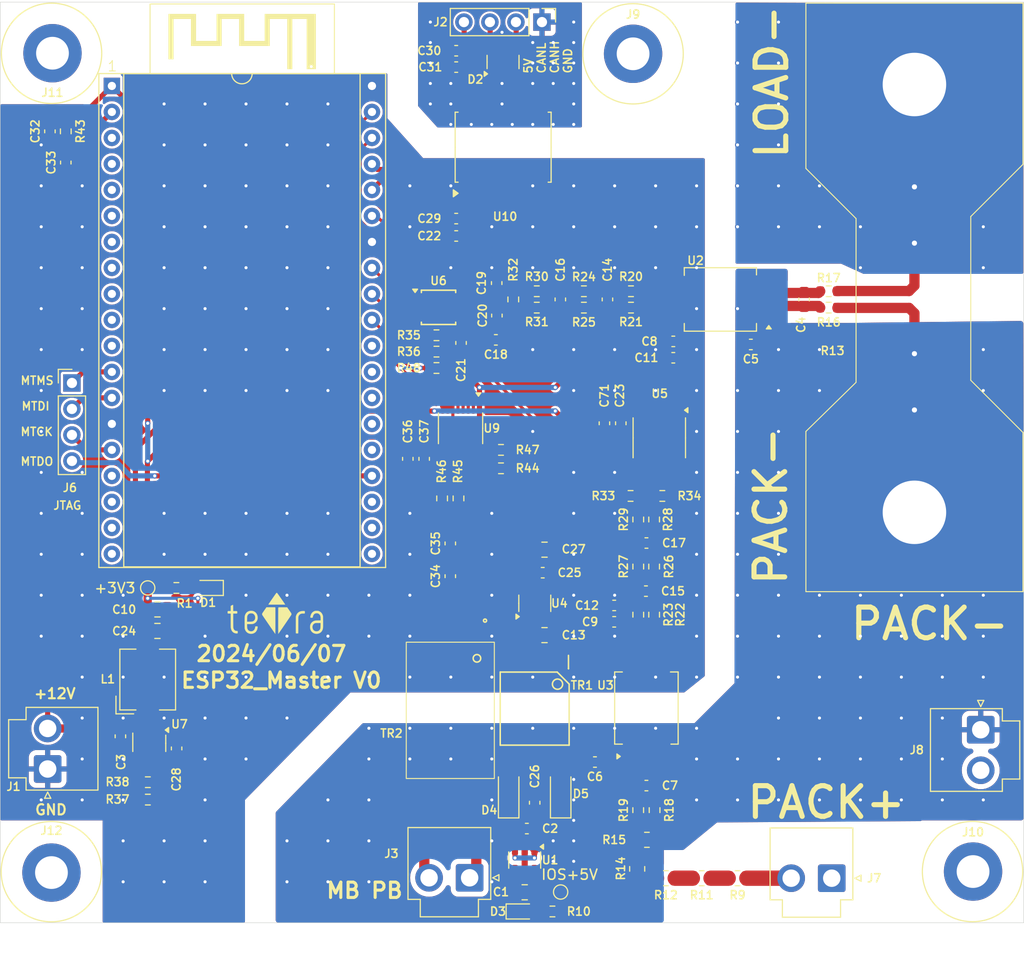
<source format=kicad_pcb>
(kicad_pcb (version 20240108) (generator "pcbnew") (generator_version "8.0")
  (layers (0 "F.Cu" signal) (31 "B.Cu" signal) (34 "B.Paste" user) (35 "F.Paste" user) (36 "B.SilkS" user "B.Silkscreen") (37 "F.SilkS" user "F.Silkscreen") (38 "B.Mask" user) (39 "F.Mask" user) (44 "Edge.Cuts" user))
  (net 0 "")
  (net 1 "+3V3")
  (net 2 "/PowerMonitor/ISO+5V")
  (net 3 "Net-(D4-K)")
  (net 4 "GND")
  (net 5 "Net-(U2-VINP)")
  (net 6 "Net-(U2-VINN)")
  (net 7 "Net-(U3-VINP)")
  (net 8 "Net-(U3-VINN)")
  (net 9 "Net-(C14-Pad1)")
  (net 10 "Net-(C14-Pad2)")
  (net 11 "Net-(C15-Pad1)")
  (net 12 "Net-(C15-Pad2)")
  (net 13 "Net-(C16-Pad1)")
  (net 14 "Net-(C16-Pad2)")
  (net 15 "Net-(C17-Pad1)")
  (net 16 "Net-(C17-Pad2)")
  (net 17 "GNDA")
  (net 18 "/PowerMonitor/Vin+")
  (net 19 "/PowerMonitor/Vin-")
  (net 20 "/PowerMonitor/BAT+")
  (net 26 "Net-(C34-Pad1)")
  (net 27 "Net-(C35-Pad2)")
  (net 28 "+5V")
  (net 29 "Net-(D3-A)")
  (net 30 "/PowerMonitor/VBAT_SENSE")
  (net 31 "/MCU/Boot")
  (net 32 "/MCU/NRST")
  (net 33 "Net-(R11-Pad1)")
  (net 34 "Net-(R11-Pad2)")
  (net 35 "Net-(R12-Pad2)")
  (net 36 "Net-(R14-Pad2)")
  (net 37 "Net-(D1-A)")
  (net 38 "Net-(U7-CB)")
  (net 39 "Net-(U2-VOUTN)")
  (net 40 "Net-(U2-VOUTP)")
  (net 41 "Net-(U3-VOUTN)")
  (net 42 "Net-(U3-VOUTP)")
  (net 43 "/MCU/MTMS")
  (net 44 "/MCU/MTDI")
  (net 45 "/MCU/MTCK")
  (net 46 "/MCU/MTDO")
  (net 47 "Net-(U9-ICMP)")
  (net 48 "/MCU/IP")
  (net 49 "/MCU/IM")
  (net 52 "Net-(U9-IBIAS)")
  (net 53 "/CAN/5V_CAN")
  (net 54 "/CAN/CAN_GND")
  (net 55 "/CAN/CANL")
  (net 56 "/MCU/MISO")
  (net 57 "/CAN/CANH")
  (net 58 "/CAN/CAN_RX")
  (net 63 "/CAN/CAN_TX")
  (net 74 "/MCU/SS")
  (net 75 "/MCU/SCK")
  (net 76 "/MCU/MOSI")
  (net 77 "/PowerMonitor/INN")
  (net 78 "/MCU/SCL")
  (net 79 "/MCU/SDA")
  (net 80 "Net-(U4-D2)")
  (net 81 "Net-(U4-D1)")
  (net 82 "Net-(U5B--)")
  (net 83 "Net-(D4-A)")
  (net 84 "Net-(D5-A)")
  (net 85 "/MA")
  (net 87 "/PA")
  (net 96 "Net-(U5B-+)")
  (net 100 "+12V")
  (net 101 "Net-(U7-SW)")
  (net 102 "Net-(U7-FB)")
  (footprint "R_0603_1608Metric" (layer "F.Cu") (at 130.9 88.3 180)
    (property "Reference" "R17")
    (property "Value" "1K")
  )
  (footprint "R_0603_1608Metric" (layer "F.Cu") (at 98.9 103.8)
    (property "Reference" "R47")
    (property "Value" "1.2K")
  )
  (footprint "LED_0603_1608Metric" (layer "F.Cu") (at 100.885 148.9)
    (property "Reference" "D3")
    (property "Value" "LED Red")
  )
  (footprint "R_0805_2012Metric" (layer "F.Cu") (at 113.15 141.9)
    (property "Reference" "R15")
    (property "Value" "1KΩ ±0.1% 250mW")
  )
  (footprint "JST_VH_B2P-VH-B_1x02_P3.96mm_Vertical" (layer "F.Cu") (at 131.2 145.65 180)
    (property "Reference" "J7")
    (property "Value" "Check_Votage")
  )
  (footprint "SOP-8_6.62x9.15mm_P2.54mm" (layer "F.Cu") (at 99.11 74.225 90)
    (property "Reference" "U10")
    (property "Value" "ISO1050DUBR")
  )
  (footprint "R_0805_2012Metric" (layer "F.Cu") (at 112.2 144.7375 90)
    (property "Reference" "R14")
    (property "Value" "470KΩ ±0.1% 250mW")
  )
  (footprint "R_PSR500HTQFB0L10_Metric_Pad5.2x8.75mm_Hole" (layer "F.Cu") (at 139.275 89 90)
    (property "Reference" "R13")
    (property "Value" "0.1MR  1% 15W ")
  )
  (footprint "C_0603_1608Metric" (layer "F.Cu") (at 98.48 87.5 -90)
    (property "Reference" "C19")
    (property "Value" "100nF/100V")
  )
  (footprint "C_0603_1608Metric" (layer "F.Cu") (at 104.695 89.1 -90)
    (property "Reference" "C16")
    (property "Value" "220pF/50V")
  )
  (footprint "C_0603_1608Metric" (layer "F.Cu") (at 109.955 119 180)
    (property "Reference" "C12")
    (property "Value" "2.2uF/25V")
  )
  (footprint "C_0805_2012Metric" (layer "F.Cu") (at 103.15 121.9)
    (property "Reference" "C13")
    (property "Value" "10uF/16V")
  )
  (footprint "C_0603_1608Metric" (layer "F.Cu") (at 94.525 81.2 180)
    (property "Reference" "C29")
    (property "Value" "100nF/100V")
  )
  (footprint "R_0603_1608Metric" (layer "F.Cu") (at 112.305 115.2 90)
    (property "Reference" "R27")
    (property "Value" "1K")
  )
  (footprint "MountingHole_3.2mm_M3_ISO7380_Pad" (layer "F.Cu") (at 55 145.1 90)
    (property "Reference" "J12")
    (property "Value" "Hole /NC")
  )
  (footprint "C_0603_1608Metric" (layer "F.Cu") (at 113.055 117.6 180)
    (property "Reference" "C15")
    (property "Value" "2.2nF/16V")
  )
  (footprint "SOIC-8_3.9x4.9mm_P1.27mm" (layer "F.Cu") (at 114.36 102.62 -90)
    (property "Reference" "U5")
    (property "Value" "OPA2197IDR")
  )
  (footprint "R_0603_1608Metric" (layer "F.Cu") (at 94.75 108.54 90)
    (property "Reference" "R45")
    (property "Value" "51R")
  )
  (footprint "C_0603_1608Metric" (layer "F.Cu") (at 113.1 136.6)
    (property "Reference" "C7")
    (property "Value" "330pF/100V")
  )
  (footprint "R_0603_1608Metric" (layer "F.Cu") (at 113.855 115.2 90)
    (property "Reference" "R26")
    (property "Value" "1K")
  )
  (footprint "R_0603_1608Metric" (layer "F.Cu") (at 113.855 119.9 -90)
    (property "Reference" "R22")
    (property "Value" "100R")
  )
  (footprint "C_0603_1608Metric" (layer "F.Cu") (at 94.525 66.4)
    (property "Reference" "C31")
    (property "Value" "100nF/100V")
  )
  (footprint "C_0603_1608Metric" (layer "F.Cu") (at 56.4 75.725 90)
    (property "Reference" "C33")
    (property "Value" "100nF/100V")
  )
  (footprint "C_0603_1608Metric" (layer "F.Cu") (at 102.975 115.8)
    (property "Reference" "C25")
    (property "Value" "100nF/100V")
  )
  (footprint "R_0603_1608Metric" (layer "F.Cu") (at 111.595 89.9)
    (property "Reference" "R21")
    (property "Value" "100R")
  )
  (footprint "C_0603_1608Metric" (layer "F.Cu") (at 128.5 89.1 90)
    (property "Reference" "C4")
    (property "Value" "330pF/100V")
  )
  (footprint "C_0805_2012Metric" (layer "F.Cu") (at 103.15 113.55)
    (property "Reference" "C27")
    (property "Value" "10uF/16V")
  )
  (footprint "R_0805_2012Metric" (layer "F.Cu") (at 115 145.65 180)
    (property "Reference" "R12")
    (property "Value" "470KΩ ±0.1% 250mW")
  )
  (footprint "MSOP-16_3x4mm_P0.5mm" (layer "F.Cu") (at 94.95 101.69 -90)
    (property "Reference" "U9")
    (property "Value" "LTC6820")
  )
  (footprint "D_SOD-123" (layer "F.Cu") (at 104.73 137.4 90)
    (property "Reference" "D5")
    (property "Value" "MBR0520")
  )
  (footprint "PinHeader_1x04_P2.54mm_Vertical" (layer "F.Cu") (at 102.9 62 -90)
    (property "Reference" "J2")
    (property "Value" "CAN")
  )
  (footprint "R_0603_1608Metric" (layer "F.Cu") (at 102.395 88.3)
    (property "Reference" "R30")
    (property "Value" "3.3K")
  )
  (footprint "C_0603_1608Metric" (layer "F.Cu") (at 101.425 140.8 180)
    (property "Reference" "C2")
    (property "Value" "100nF/100V")
  )
  (footprint "R_0603_1608Metric" (layer "F.Cu") (at 92.6 92.6 180)
    (property "Reference" "R35")
    (property "Value" "4.7K")
  )
  (footprint "R_0603_1608Metric" (layer "F.Cu") (at 113.855 110.6 90)
    (property "Reference" "R28")
    (property "Value" "5.6K")
  )
  (footprint "R_0603_1608Metric" (layer "F.Cu") (at 92.6 95.8 180)
    (property "Reference" "R48")
    (property "Value" "2K")
  )
  (footprint "MountingHole_3.2mm_M3_ISO7380_Pad" (layer "F.Cu") (at 145 145)
    (property "Reference" "J10")
    (property "Value" "Hole /NC")
  )
  (footprint "SSO-8_6.8x5.9mm_P1.27mm_Clearance8mm" (layer "F.Cu") (at 113.1 129 90)
    (property "Reference" "U3")
    (property "Value" "AMC1301")
  )
  (footprint "PinHeader_1x04_P2.54mm_Vertical" (layer "F.Cu") (at 57 97.26)
    (property "Reference" "J6")
    (property "Value" "JTAG /NC")
  )
  (footprint "C_0805_2012Metric" (layer "F.Cu") (at 65.35 121.49)
    (property "Reference" "C24")
    (property "Value" "10uF/16V")
  )
  (footprint "SOT-23-5" (layer "F.Cu") (at 102.2 118.79 90)
    (property "Reference" "U4")
    (property "Value" "SN6501DBV")
  )
  (footprint "R_0603_1608Metric" (layer "F.Cu") (at 106.995 89.9 180)
    (property "Reference" "R25")
    (property "Value" "1K")
  )
  (footprint "JST_VH_B2P-VH-B_1x02_P3.96mm_Vertical" (layer "F.Cu") (at 95.8375 145.61 180)
    (property "Reference" "J3")
    (property "Value" "PA MA")
  )
  (footprint "SOT-23-5" (layer "F.Cu") (at 101.215 143.875 -90)
    (property "Reference" "U1")
    (property "Value" "TPS76350")
  )
  (footprint "R_0603_1608Metric" (layer "F.Cu") (at 112.3 139 90)
    (property "Reference" "R19")
    (property "Value" "10R")
  )
  (footprint "C_0603_1608Metric" (layer "F.Cu") (at 98.4 93.05 180)
    (property "Reference" "C18")
    (property "Value" "100nF/100V")
  )
  (footprint "ESP32-DevKitc V4_DIP-38_27.9mm×48.2mm" (layer "F.Cu") (at 59.63 115.23)
    (property "Reference" "U8" (hide yes))
    (property "Value" "ESP32-DevKitC V4" (hide yes))
  )
  (footprint "JST_VH_B2P-VH-B_1x02_P3.96mm_Vertical" (layer "F.Cu") (at 54.63 134.98 90)
    (property "Reference" "J1")
    (property "Value" "PB MB")
  )
  (footprint "C_0603_1608Metric" (layer "F.Cu") (at 113.105 112.9 180)
    (property "Reference" "C17")
    (property "Value" "220pF/50V")
  )
  (footprint "C_0603_1608Metric" (layer "F.Cu") (at 54.85 72.675 90)
    (property "Reference" "C32")
    (property "Value" "100nF/100V")
  )
  (footprint "R_0603_1608Metric" (layer "F.Cu") (at 56.4 72.675 -90)
    (property "Reference" "R43")
    (property "Value" "10K")
  )
  (footprint "R_0603_1608Metric" (layer "F.Cu") (at 113.9 139 -90)
    (property "Reference" "R18")
    (property "Value" "1K")
  )
  (footprint "TestPoint_Pad_D1.0mm" (layer "F.Cu") (at 104.725 147)
    (property "Reference" "TP1" (hide yes))
    (property "Value" "IOS+5V")
  )
  (footprint "R_0603_1608Metric" (layer "F.Cu") (at 64.4125 136.27)
    (property "Reference" "R38")
    (property "Value" "22.1K")
  )
  (footprint "teTra-LOGO" (layer "F.Cu") (at 77 119.8)
    (property "Reference" "LOGO1" (hide yes))
    (property "Value" "teTra /NC" (hide yes))
  )
  (footprint "MountingHole_3.2mm_M3_ISO7380_Pad" (layer "F.Cu") (at 55.1 65.0425 180)
    (property "Reference" "J11")
    (property "Value" "Hole /NC")
  )
  (footprint "R_0603_1608Metric" (layer "F.Cu") (at 106.995 88.3 180)
    (property "Reference" "R24")
    (property "Value" "1K")
  )
  (footprint "HM2108NL" (layer "F.Cu") (at 93.95 129.25 180)
    (property "Reference" "TR2")
    (property "Value" "HM2108NL")
  )
  (footprint "WURTH-760390015" (layer "F.Cu") (at 102.19 129.09 -90)
    (property "Reference" "TR1")
    (property "Value" "Transformer")
  )
  (footprint "R_0603_1608Metric" (layer "F.Cu") (at 112.305 119.9 -90)
    (property "Reference" "R23")
    (property "Value" "100R")
  )
  (footprint "C_0603_1608Metric" (layer "F.Cu") (at 102.19 138.275 90)
    (property "Reference" "C26")
    (property "Value" "4.7uF/16V")
  )
  (footprint "C_0603_1608Metric" (layer "F.Cu") (at 108.075 134.3 180)
    (property "Reference" "C6")
    (property "Value" "100nF/100V")
  )
  (footprint "C_0805_2012Metric" (layer "F.Cu") (at 65.35 119.39)
    (property "Reference" "C10")
    (property "Value" "10uF/16V")
  )
  (footprint "C_0603_1608Metric" (layer "F.Cu") (at 109.295 89.1 -90)
    (property "Reference" "C14")
    (property "Value" "2.2nF/16V")
  )
  (footprint "C_0603_1608Metric" (layer "F.Cu") (at 94.525 82.9 180)
    (property "Reference" "C22")
    (property "Value" "1uF/25V")
  )
  (footprint "C_0603_1608Metric" (layer "F.Cu") (at 93.95 116.14 90)
    (property "Reference" "C34")
    (property "Value" "10nF/100V")
  )
  (footprint "SOT-23" (layer "F.Cu") (at 99.1 65.9 90)
    (property "Reference" "D2")
    (property "Value" "ESD24VS2U")
  )
  (footprint "C_0603_1608Metric" (layer "F.Cu") (at 123.3 93.5 180)
    (property "Reference" "C5")
    (property "Value" "100nF/100V")
  )
  (footprint "C_0603_1608Metric" (layer "F.Cu") (at 93.95 112.94 90)
    (property "Reference" "C35")
    (property "Value" "10nF/100V")
  )
  (footprint "R_0603_1608Metric" (layer "F.Cu") (at 92.6 94.2 180)
    (property "Reference" "R36")
    (property "Value" "4.7K")
  )
  (footprint "LED_0603_1608Metric" (layer "F.Cu") (at 70.3 117.29 180)
    (property "Reference" "D1")
    (property "Value" "LED Red")
  )
  (footprint "R_0805_2012Metric" (layer "F.Cu") (at 118.5 145.65 180)
    (property "Reference" "R11")
    (property "Value" "470KΩ ±0.1% 250mW")
  )
  (footprint "R_0603_1608Metric" (layer "F.Cu") (at 67.2 117.29 180)
    (property "Reference" "R1")
    (property "Value" "470R")
  )
  (footprint "C_0805_2012Metric" (layer "F.Cu") (at 101.215 147.025 180)
    (property "Reference" "C1")
    (property "Value" "10uF/16V")
  )
  (footprint "L_Bourns_SRP5030T" (layer "F.Cu") (at 64.4 126.24 90)
    (property "Reference" "L1")
    (property "Value" "3.3uH")
  )
  (footprint "R_0603_1608Metric" (layer "F.Cu") (at 114.655 108.3)
    (property "Reference" "R34")
    (property "Value" "33K")
  )
  (footprint "R_0603_1608Metric" (layer "F.Cu") (at 100.1 89.1 -90)
    (property "Reference" "R32")
    (property "Value" "1K")
  )
  (footprint "D_SOD-123" (layer "F.Cu") (at 99.65 137.4 90)
    (property "Reference" "D4")
    (property "Value" "MBR0520")
  )
  (footprint "C_0603_1608Metric" (layer "F.Cu") (at 109 101.2 -90)
    (property "Reference" "C71")
    (property "Value" "1uF/25V")
  )
  (footprint "R_0603_1608Metric" (layer "F.Cu") (at 111.555 108.3 180)
    (property "Reference" "R33")
    (property "Value" "33K")
  )
  (footprint "C_0603_1608Metric" (layer "F.Cu") (at 98.5 90.675 90)
    (property "Reference" "C20")
    (property "Value" "100nF/100V")
  )
  (footprint "JST_VH_B2P-VH-B_1x02_P3.96mm_Vertical" (layer "F.Cu") (at 145.75 131.1425 -90)
    (property "Reference" "J8")
    (property "Value" "Check_Votage")
  )
  (footprint "SSO-8_6.8x5.9mm_P1.27mm_Clearance8mm" (layer "F.Cu") (at 120.3 89.1 180)
    (property "Reference" "U2")
    (property "Value" "AMC1301 or AMC1302")
  )
  (footprint "R_0603_1608Metric" (layer "F.Cu") (at 112.305 110.6 90)
    (property "Reference" "R29")
    (property "Value" "5.6K")
  )
  (footprint "R_0603_1608Metric" (layer "F.Cu") (at 93.15 108.54 -90)
    (property "Reference" "R46")
    (property "Value" "51R")
  )
  (footprint "C_0603_1608Metric" (layer "F.Cu") (at 67.2225 132.97 -90)
    (property "Reference" "C28")
    (property "Value" "100nF/100V")
  )
  (footprint "R_0805_2012Metric" (layer "F.Cu") (at 122 145.65 180)
    (property "Reference" "R9")
    (property "Value" "470KΩ ±0.1% 250mW")
  )
  (footprint "SOT-23-6_Handsoldering" (layer "F.Cu") (at 64.5525 132.37 -90)
    (property "Reference" "U7")
    (property "Value" "LMR51420XDDCR")
  )
  (footprint "R_0603_1608Metric" (layer "F.Cu") (at 103.925 148.9)
    (property "Reference" "R10")
    (property "Value" "470R")
  )
  (footprint "R_0603_1608Metric" (layer "F.Cu") (at 130.9 89.9 180)
    (property "Reference" "R16")
    (property "Value" "1K")
  )
  (footprint "C_0603_1608Metric" (layer "F.Cu") (at 110.6 101.2 90)
    (property "Reference" "C23")
    (property "Value" "100nF/100V")
  )
  (footprint "R_0603_1608Metric" (layer "F.Cu") (at 98.9 105.6 180)
    (property "Reference" "R44")
    (property "Value" "806R")
  )
  (footprint "MountingHole_3.2mm_M3_ISO7380_Pad" (layer "F.Cu") (at 111.8 65.1)
    (property "Reference" "J9")
    (property "Value" "Hole /NC")
  )
  (footprint "C_0603_1608Metric" (layer "F.Cu") (at 115.725 93.2)
    (property "Reference" "C8")
    (property "Value" "100nF/100V")
  )
  (footprint "MSOP-10_3x3mm_P0.5mm" (layer "F.Cu") (at 92.8 89.875)
    (property "Reference" "U6")
    (property "Value" "ISL28022")
  )
  (footprint "R_0603_1608Metric" (layer "F.Cu") (at 111.595 88.3)
    (property "Reference" "R20")
    (property "Value" "100R")
  )
  (footprint "C_0603_1608Metric" (layer "F.Cu") (at 61.7325 131.785 -90)
    (property "Reference" "C3")
    (property "Value" "2.2uF/25V")
  )
  (footprint "C_0603_1608Metric" (layer "F.Cu") (at 115.725 94.8)
    (property "Reference" "C11")
    (property "Value" "2.2uF/25V")
  )
  (footprint "TestPoint_Pad_D1.0mm" (layer "F.Cu") (at 64.4 117.29 180)
    (property "Reference" "TP2" (hide yes))
    (property "Value" "+3V3")
  )
  (footprint "C_0603_1608Metric" (layer "F.Cu") (at 94.525 64.8 180)
    (property "Reference" "C30")
    (property "Value" "1uF/25V")
  )
  (footprint "R_0603_1608Metric" (layer "F.Cu") (at 102.395 89.9)
    (property "Reference" "R31")
    (property "Value" "3.3K")
  )
  (footprint "C_0603_1608Metric" (layer "F.Cu") (at 91.4 104.675 -90)
    (property "Reference" "C37")
    (property "Value" "100nF/100V")
  )
  (footprint "C_0603_1608Metric" (layer "F.Cu") (at 95 93.35 90)
    (property "Reference" "C21")
    (property "Value" "100nF/100V")
  )
  (footprint "R_0603_1608Metric" (layer "F.Cu") (at 64.4125 137.97)
    (property "Reference" "R37")
    (property "Value" "100K")
  )
  (footprint "C_0603_1608Metric" (layer "F.Cu") (at 89.8 104.675 90)
    (property "Reference" "C36")
    (property "Value" "1uF/25V")
  )
  (footprint "C_0603_1608Metric" (layer "F.Cu") (at 109.955 120.6 180)
    (property "Reference" "C9")
    (property "Value" "100nF/100V")
  )
  (gr_circle (center 144.95 145) (end 149.85 145) (stroke (width 0.12)) (fill none) (layer "F.SilkS"))
  (gr_circle (center 55.01 65.0525) (end 55.01 60.1525) (stroke (width 0.12)) (fill none) (layer "F.SilkS"))
  (gr_circle (center 54.99 145.01) (end 59.89 145.01) (stroke (width 0.12)) (fill none) (layer "F.SilkS"))
  (gr_circle (center 111.8 65.1) (end 116.7 65.1) (stroke (width 0.12)) (fill none) (layer "F.SilkS"))
  (gr_rect (start 50 60.05) (end 149.95 150) (stroke (width 0.05)) (fill none) (layer "Edge.Cuts"))
  (gr_text "JTAG" (at 55.1 109.7 0) (layer "F.SilkS") (effects (font (size 0.8 0.8) (thickness 0.15) (bold yes)) (justify left bottom)))
  (gr_text "MTDI" (at 52 100 0) (layer "F.SilkS") (effects (font (size 0.8 0.8) (thickness 0.15) (bold yes)) (justify left bottom)))
  (gr_text "2024/06/07" (at 69 124.6 0) (layer "F.SilkS") (effects (font (size 1.5 1.5) (thickness 0.3) (bold yes)) (justify left bottom)))
  (gr_text "GND" (at 53.3 139.55 0) (layer "F.SilkS") (effects (font (size 1 1) (thickness 0.2) (bold yes)) (justify left bottom)))
  (gr_text "MTMS" (at 51.9 97.5 0) (layer "F.SilkS") (effects (font (size 0.8 0.8) (thickness 0.15) (bold yes)) (justify left bottom)))
  (gr_text "PACK+" (at 122.7 140 0) (layer "F.SilkS") (effects (font (size 3 3) (thickness 0.5) (bold yes)) (justify left bottom)))
  (gr_text "MTCK" (at 51.9 102.5 0) (layer "F.SilkS") (effects (font (size 0.8 0.8) (thickness 0.15) (bold yes)) (justify left bottom)))
  (gr_text "ESP32_Master V0" (at 67.5 127.2 0) (layer "F.SilkS") (effects (font (size 1.5 1.5) (thickness 0.3) (bold yes)) (justify left bottom)))
  (gr_text "MTDO" (at 51.9 105.4 0) (layer "F.SilkS") (effects (font (size 0.8 0.8) (thickness 0.15) (bold yes)) (justify left bottom)))
  (gr_text "+12V" (at 53.2 128.2 0) (layer "F.SilkS") (effects (font (size 1 1) (thickness 0.2) (bold yes)) (justify left bottom)))
  (gr_text "5V\nCANL\nCANH\nGND" (at 105.9 67.1 90) (layer "F.SilkS") (effects (font (size 0.8 0.8)) (justify left bottom)))
  (gr_text "LOAD-" (at 127.1 75.6 90) (layer "F.SilkS") (effects (font (size 3 3) (thickness 0.5) (bold yes)) (justify left bottom)))
  (gr_text "MB PB" (at 81.7 147.73 0) (layer "F.SilkS") (effects (font (size 1.5 1.5) (thickness 0.3) (bold yes)) (justify left bottom)))
  (gr_text "PACK-" (at 132.8 122.55 0) (layer "F.SilkS") (effects (font (size 3 3) (thickness 0.5) (bold yes)) (justify left bottom)))
  (gr_text "PACK-" (at 127 117.25 90) (layer "F.SilkS") (effects (font (size 3 3) (thickness 0.5) (bold yes)) (justify left bottom)))
  (segment (start 102.19 111.49) (end 102.19 124.51) (width 0.5) (layer "F.Cu") (net 1))
  (segment (start 92.95 92.125) (end 92.95 85.25) (width 0.4) (layer "F.Cu") (net 1))
  (segment (start 57.24 71.9) (end 60.9 68.24) (width 0.5) (layer "F.Cu") (net 1))
  (segment (start 66.375 117.29) (end 64.4 117.29) (width 0.5) (layer "F.Cu") (net 1))
  (segment (start 93.7 100.9) (end 93.1 101.5) (width 0.5) (layer "F.Cu") (net 1))
  (segment (start 111.195 122.775) (end 111.195 123.6525) (width 0.5) (layer "F.Cu") (net 1))
  (segment (start 92.95 85.25) (end 95.3 82.9) (width 0.4) (layer "F.Cu") (net 1))
  (segment (start 93.2 103.01188) (end 93.2 103.84) (width 0.3) (layer "F.Cu") (net 1))
  (segment (start 93.425 92.6) (end 92.95 92.125) (width 0.4) (layer "F.Cu") (net 1))
  (segment (start 64.4 101.2) (end 64.4 71.74) (width 0.5) (layer "F.Cu") (net 1))
  (segment (start 89.8 103.9) (end 91.4 103.9) (width 0.5) (layer "F.Cu") (net 1))
  (segment (start 64.37 104.93) (end 64.4 104.9) (width 0.5) (layer "F.Cu") (net 1))
  (segment (start 93.04 103.9) (end 93.1 103.84) (width 0.5) (layer "F.Cu") (net 1))
  (segment (start 95.275 90.875) (end 95 90.875) (width 0.3) (layer "F.Cu") (net 1))
  (segment (start 93.1 102.8) (end 93.1 103.84) (width 0.5) (layer "F.Cu") (net 1))
  (segment (start 110.73 120.6) (end 110.73 122.31) (width 0.5) (layer "F.Cu") (net 1))
  (segment (start 93.425 95.8) (end 93.425 92.6) (width 0.4) (layer "F.Cu") (net 1))
  (segment (start 99.5 100.9) (end 102.19 103.59) (width 0.5) (layer "F.Cu") (net 1))
  (segment (start 54.85 71.9) (end 57.24 71.9) (width 0.5) (layer "F.Cu") (net 1))
  (segment (start 68.13 137.97) (end 69.3 136.8) (width 0.3) (layer "F.Cu") (net 1))
  (segment (start 64.4 71.74) (end 60.9 68.24) (width 0.5) (layer "F.Cu") (net 1))
  (segment (start 66.75 102.55) (end 88.45 102.55) (width 0.5) (layer "F.Cu") (net 1))
  (segment (start 69.3 136.8) (end 69.3 118.3) (width 0.3) (layer "F.Cu") (net 1))
  (segment (start 96.8 100.9) (end 96.8 97.7) (width 0.5) (layer "F.Cu") (net 1))
  (segment (start 94.9 95.8) (end 93.425 95.8) (width 0.5) (layer "F.Cu") (net 1))
  (segment (start 114.9525 94.7975) (end 114.9525 91.005) (width 0.5) (layer "F.Cu") (net 1))
  (segment (start 94.45312 102.765) (end 93.44688 102.765) (width 0.3) (layer "F.Cu") (net 1))
  (segment (start 94.2 100.9) (end 99.5 100.9) (width 0.5) (layer "F.Cu") (net 1))
  (segment (start 110.73 122.31) (end 111.195 122.775) (width 0.5) (layer "F.Cu") (net 1))
  (segment (start 64.4 118.3) (end 64.4 117.29) (width 0.8) (layer "F.Cu") (net 1))
  (segment (start 110.73 114.04) (end 110.73 120.6) (width 0.5) (layer "F.Cu") (net 1))
  (segment (start 102.19 111.49) (end 108.18 111.49) (width 0.5) (layer "F.Cu") (net 1))
  (segment (start 94.2 99.54) (end 94.2 100.9) (width 0.3) (layer "F.Cu") (net 1))
  (segment (start 65.2375 137.97) (end 68.13 137.97) (width 0.3) (layer "F.Cu") (net 1))
  (segment (start 96.8 97.7) (end 94.9 95.8) (width 0.5) (layer "F.Cu") (net 1))
  (segment (start 95.3 78.75) (end 95.3 82.9) (width 0.5) (layer "F.Cu") (net 1))
  (segment (start 93.425 92.6) (end 95 92.6) (width 0.4) (layer "F.Cu") (net 1))
  (segment (start 93.44688 102.765) (end 93.2 103.01188) (width 0.3) (layer "F.Cu") (net 1))
  (segment (start 88.45 102.55) (end 89.8 103.9) (width 0.5) (layer "F.Cu") (net 1))
  (segment (start 91.4 103.9) (end 93.04 103.9) (width 0.5) (layer "F.Cu") (net 1))
  (segment (start 64.37 117.26) (end 64.37 104.93) (width 0.5) (layer "F.Cu") (net 1))
  (segment (start 104.2 97.7) (end 107.1 94.8) (width 0.5) (layer "F.Cu") (net 1))
  (segment (start 94.7 103.01188) (end 94.45312 102.765) (width 0.3) (layer "F.Cu") (net 1))
  (segment (start 93.1 101.5) (end 93.1 102.8) (width 0.5) (layer "F.Cu") (net 1))
  (segment (start 95 92.6) (end 95 90.925) (width 0.4) (layer "F.Cu") (net 1))
  (segment (start 102.19 103.59) (end 102.19 111.49) (width 0.5) (layer "F.Cu") (net 1))
  (segment (start 93.2 99.54) (end 94.1 99.54) (width 0.5) (layer "F.Cu") (net 1))
  (segment (start 114.95 94.8) (end 114.9525 94.7975) (width 0.5) (layer "F.Cu") (net 1))
  (segment (start 107.1 94.8) (end 114.95 94.8) (width 0.5) (layer "F.Cu") (net 1))
  (segment (start 64.4 104.9) (end 66.75 102.55) (width 0.5) (layer "F.Cu") (net 1))
  (segment (start 94.2 100.9) (end 93.7 100.9) (width 0.5) (layer "F.Cu") (net 1))
  (segment (start 64.4 123.99) (end 64.4 118.3) (width 0.8) (layer "F.Cu") (net 1))
  (segment (start 108.18 111.49) (end 110.73 114.04) (width 0.5) (layer "F.Cu") (net 1))
  (segment (start 94.7 103.84) (end 94.7 103.01188) (width 0.3) (layer "F.Cu") (net 1))
  (via (at 69.3 118.3) (size 0.5) (drill 0.3) (layers "F.Cu" "B.Cu") (net 1))
  (via (at 64.4 104.9) (size 0.5) (drill 0.3) (layers "F.Cu" "B.Cu") (net 1))
  (via (at 64.4 118.3) (size 0.5) (drill 0.3) (layers "F.Cu" "B.Cu") (net 1))
  (via (at 96.8 97.7) (size 0.5) (drill 0.3) (layers "F.Cu" "B.Cu") (net 1))
  (via (at 64.4 101.2) (size 0.5) (drill 0.3) (layers "F.Cu" "B.Cu") (net 1))
  (via (at 104.2 97.7) (size 0.5) (drill 0.3) (layers "F.Cu" "B.Cu") (net 1))
  (segment (start 96.8 97.7) (end 104.2 97.7) (width 0.5) (layer "B.Cu") (net 1))
  (segment (start 69.3 118.3) (end 64.4 118.3) (width 0.3) (layer "B.Cu") (net 1))
  (segment (start 64.4 104.9) (end 64.4 101.2) (width 0.5) (layer "B.Cu") (net 1))
  (segment (start 102.165 145.0125) (end 102.165 147.025) (width 0.8) (layer "F.Cu") (net 2))
  (segment (start 109.075 134.3475) (end 111.195 134.3475) (width 0.8) (layer "F.Cu") (net 2))
  (segment (start 104.725 147) (end 105.4 147) (width 0.8) (layer "F.Cu") (net 2))
  (segment (start 124 127.4) (end 124 91.7) (width 0.8) (layer "F.Cu") (net 2))
  (segment (start 112.24 132.1) (end 119.3 132.1) (width 0.8) (layer "F.Cu") (net 2))
  (segment (start 104.75 148.9) (end 104.75 147.025) (width 0.5) (layer "F.Cu") (net 2))
  (segment (start 102.165 147.025) (end 104.7 147.025) (width 0.8) (layer "F.Cu") (net 2))
  (segment (start 111.195 133.145) (end 112.24 132.1) (width 0.8) (layer "F.Cu") (net 2))
  (segment (start 109.075 143.325) (end 109.075 134.3475) (width 0.8) (layer "F.Cu") (net 2))
  (segment (start 124 91.7) (end 124.695 91.005) (width 0.8) (layer "F.Cu") (net 2))
  (segment (start 111.195 134.3475) (end 111.195 133.145) (width 0.8) (layer "F.Cu") (net 2))
  (segment (start 124.695 91.005) (end 125.6475 91.005) (width 0.8) (layer "F.Cu") (net 2))
  (segment (start 105.4 147) (end 109.075 143.325) (width 0.8) (layer "F.Cu") (net 2))
  (segment (start 119.3 132.1) (end 124 127.4) (width 0.8) (layer "F.Cu") (net 2))
  (segment (start 99.65 139.05) (end 104.73 139.05) (width 1) (layer "F.Cu") (net 3))
  (segment (start 102.165 142.7375) (end 102.165 143.665) (width 0.5) (layer "F.Cu") (net 3))
  (segment (start 100.27 143.67) (end 100.27 142.7425) (width 0.5) (layer "F.Cu") (net 3))
  (segment (start 100.27 142.7425) (end 100.265 142.7375) (width 0.5) (layer "F.Cu") (net 3))
  (segment (start 102.19 139.05) (end 102.215 139.075) (width 1) (layer "F.Cu") (net 3))
  (segment (start 102.165 143.665) (end 102.16 143.67) (width 0.5) (layer "F.Cu") (net 3))
  (segment (start 102.215 139.075) (end 102.215 142.7375) (width 1) (layer "F.Cu") (net 3))
  (via (at 102.16 143.67) (size 0.5) (drill 0.3) (layers "F.Cu" "B.Cu") (net 3))
  (via (at 100.27 143.67) (size 0.5) (drill 0.3) (layers "F.Cu" "B.Cu") (net 3))
  (segment (start 102.16 143.67) (end 100.27 143.67) (width 0.5) (layer "B.Cu") (net 3))
  (segment (start 98.45 91.45) (end 98.5 91.45) (width 0.3) (layer "F.Cu") (net 4))
  (segment (start 93.95 115.365) (end 93.95 113.715) (width 0.5) (layer "F.Cu") (net 4))
  (segment (start 95.2 103.84) (end 95.7 103.84) (width 0.3) (layer "F.Cu") (net 4))
  (via (at 106 86) (size 0.5) (drill 0.3) (layers "F.Cu" "B.Cu") (net 4))
  (via (at 102 126) (size 0.5) (drill 0.3) (layers "F.Cu" "B.Cu") (net 4))
  (via (at 70 146) (size 0.5) (drill 0.3) (layers "F.Cu" "B.Cu") (net 4))
  (via (at 90 78) (size 0.5) (drill 0.3) (layers "F.Cu" "B.Cu") (net 4))
  (via (at 78 74) (size 0.5) (drill 0.3) (layers "F.Cu" "B.Cu") (net 4))
  (via (at 74 134) (size 0.5) (drill 0.3) (layers "F.Cu" "B.Cu") (net 4))
  (via (at 98 114) (size 0.5) (drill 0.3) (layers "F.Cu" "B.Cu") (net 4))
  (via (at 62 126) (size 0.5) (drill 0.3) (layers "F.Cu" "B.Cu") (net 4))
  (via (at 90 118) (size 0.5) (drill 0.3) (layers "F.Cu" "B.Cu") (net 4))
  (via (at 54 106) (size 0.5) (drill 0.3) (layers "F.Cu" "B.Cu") (net 4))
  (via (at 54 98) (size 0.5) (drill 0.3) (layers "F.Cu" "B.Cu") (net 4))
  (via (at 98 82) (size 0.5) (drill 0.3) (layers "F.Cu" "B.Cu") (net 4))
  (via (at 54 110) (size 0.5) (drill 0.3) (layers "F.Cu" "B.Cu") (net 4))
  (via (at 66 78) (size 0.5) (drill 0.3) (layers "F.Cu" "B.Cu") (net 4))
  (via (at 54 90) (size 0.5) (drill 0.3) (layers "F.Cu" "B.Cu") (net 4))
  (via (at 66 86) (size 0.5) (drill 0.3) (layers "F.Cu" "B.Cu") (net 4))
  (via (at 74 70) (size 0.5) (drill 0.3) (layers "F.Cu" "B.Cu") (net 4))
  (via (at 66 90) (size 0.5) (drill 0.3) (layers "F.Cu" "B.Cu") (net 4))
  (via (at 86 118) (size 0.5) (drill 0.3) (layers "F.Cu" "B.Cu") (net 4))
  (via (at 78 90) (size 0.5) (drill 0.3) (layers "F.Cu" "B.Cu") (net 4))
  (via (at 86 126) (size 0.5) (drill 0.3) (layers "F.Cu" "B.Cu") (net 4))
  (via (at 70 138) (size 0.5) (drill 0.3) (layers "F.Cu" "B.Cu") (net 4))
  (via (at 74 98) (size 0.5) (drill 0.3) (layers "F.Cu" "B.Cu") (net 4))
  (via (at 118 110) (size 0.5) (drill 0.3) (layers "F.Cu" "B.Cu") (net 4))
  (via (at 102 86) (size 0.5) (drill 0.3) (layers "F.Cu" "B.Cu") (net 4))
  (via (at 58 134) (size 0.5) (drill 0.3) (layers "F.Cu" "B.Cu") (net 4))
  (via (at 54 118) (size 0.5) (drill 0.3) (layers "F.Cu" "B.Cu") (net 4))
  (via (at 70 110) (size 0.5) (drill 0.3) (layers "F.Cu" "B.Cu") (net 4))
  (via (at 54 86) (size 0.5) (drill 0.3) (layers "F.Cu" "B.Cu") (net 4))
  (via (at 78 114) (size 0.5) (drill 0.3) (layers "F.Cu" "B.Cu") (net 4))
  (via (at 106 82) (size 0.5) (drill 0.3) (layers "F.Cu" "B.Cu") (net 4))
  (via (at 54 138) (size 0.5) (drill 0.3) (layers "F.Cu" "B.Cu") (net 4))
  (via (at 78 126) (size 0.5) (drill 0.3) (layers "F.Cu" "B.Cu") (net 4))
  (via (at 66 114) (size 0.5) (drill 0.3) (layers "F.Cu" "B.Cu") (net 4))
  (via (at 70 98) (size 0.5) (drill 0.3) (layers "F.Cu" "B.Cu") (net 4))
  (via (at 58 138) (size 0.5) (drill 0.3) (layers "F.Cu" "B.Cu") (net 4))
  (via (at 66 130) (size 0.5) (drill 0.3) (layers "F.Cu" "B.Cu") (net 4))
  (via (at 82 98) (size 0.5) (drill 0.3) (layers "F.Cu" "B.Cu") (net 4))
  (via (at 74 114) (size 0.5) (drill 0.3) (layers "F.Cu" "B.Cu") (net 4))
  (via (at 102 78) (size 0.5) (drill 0.3) (layers "F.Cu" "B.Cu") (net 4))
  (via (at 74 86) (size 0.5) (drill 0.3) (layers "F.Cu" "B.Cu") (net 4))
  (via (at 54 78) (size 0.5) (drill 0.3) (layers "F.Cu" "B.Cu") (net 4))
  (via (at 82 86) (size 0.5) (drill 0.3) (layers "F.Cu" "B.Cu") (net 4))
  (via (at 66 74) (size 0.5) (drill 0.3) (layers "F.Cu" "B.Cu") (net 4))
  (via (at 90 126) (size 0.5) (drill 0.3) (layers "F.Cu" "B.Cu") (net 4))
  (via (at 74 90) (size 0.5) (drill 0.3) (layers "F.Cu" "B.Cu") (net 4))
  (via (at 118 126) (size 0.5) (drill 0.3) (layers "F.Cu" "B.Cu") (net 4))
  (via (at 118 94) (size 0.5) (drill 0.3) (layers "F.Cu" "B.Cu") (net 4))
  (via (at 82 118) (size 0.5) (drill 0.3) (layers "F.Cu" "B.Cu") (net 4))
  (via (at 118 102) (size 0.5) (drill 0.3) (layers "F.Cu" "B.Cu") (net 4))
  (via (at 70 78) (size 0.5) (drill 0.3) (layers "F.Cu" "B.Cu") (net 4))
  (via (at 54 114) (size 0.5) (drill 0.3) (layers "F.Cu" "B.Cu") (net 4))
  (via (at 106 110) (size 0.5) (drill 0.3) (layers "F.Cu" "B.Cu") (net 4))
  (via (at 70 70) (size 0.5) (drill 0.3) (layers "F.Cu" "B.Cu") (net 4))
  (via (at 94 86) (size 0.5) (drill 0.3) (layers "F.Cu" "B.Cu") (net 4))
  (via (at 98 122) (size 0.5) (drill 0.3) (layers "F.Cu" "B.Cu") (net 4))
  (via (at 78 78) (size 0.5) (drill 0.3) (layers "F.Cu" "B.Cu") (net 4))
  (via (at 110 98) (size 0.5) (drill 0.3) (layers "F.Cu" "B.Cu") (net 4))
  (via (at 70 86) (size 0.5) (drill 0.3) (layers "F.Cu" "B.Cu") (net 4))
  (via (at 74 126) (size 0.5) (drill 0.3) (layers "F.Cu" "B.Cu") (net 4))
  (via (at 110 110) (size 0.5) (drill 0.3) (layers "F.Cu" "B.Cu") (net 4))
  (via (at 66 70) (size 0.5) (drill 0.3) (layers "F.Cu" "B.Cu") (net 4))
  (via (at 58 78) (size 0.5) (drill 0.3) (layers "F.Cu" "B.Cu") (net 4))
  (via (at 118 86) (size 0.5) (drill 0.3) (layers "F.Cu" "B.Cu") (net 4))
  (via (at 110 118) (size 0.5) (drill 0.3) (layers "F.Cu" "B.Cu") (net 4))
  (via (at 94 78) (size 0.5) (drill 0.3) (layers "F.Cu" "B.Cu") (net 4))
  (via (at 110 78) (size 0.5) (drill 0.3) (layers "F.Cu" "B.Cu") (net 4))
  (via (at 78 110) (size 0.5) (drill 0.3) (layers "F.Cu" "B.Cu") (net 4))
  (via (at 114 126) (size 0.5) (drill 0.3) (layers "F.Cu" "B.Cu") (net 4))
  (via (at 106 106) (size 0.5) (drill 0.3) (layers "F.Cu" "B.Cu") (net 4))
  (via (at 66 146) (size 0.5) (drill 0.3) (layers "F.Cu" "B.Cu") (net 4))
  (via (at 118 78) (size 0.5) (drill 0.3) (layers "F.Cu" "B.Cu") (net 4))
  (via (at 62 146) (size 0.5) (drill 0.3) (layers "F.Cu" "B.Cu") (net 4))
  (via (at 106 122) (size 0.5) (drill 0.3) (layers "F.Cu" "B.Cu") (net 4))
  (via (at 62 142) (size 0.5) (drill 0.3) (layers "F.Cu" "B.Cu") (net 4))
  (via (at 58 114) (size 0.5) (drill 0.3) (layers "F.Cu" "B.Cu") (net 4))
  (via (at 82 74) (size 0.5) (drill 0.3) (layers "F.Cu" "B.Cu") (net 4))
  (via (at 106 98) (size 0.5) (drill 0.3) (layers "F.Cu" "B.Cu") (net 4))
  (via (at 70 134) (size 0.5) (drill 0.3) (layers "F.Cu" "B.Cu") (net 4))
  (via (at 98 126) (size 0.5) (drill 0.3) (layers "F.Cu" "B.Cu") (net 4))
  (via (at 90 122) (size 0.5) (drill 0.3) (layers "F.Cu" "B.Cu") (net 4))
  (via (at 54 82) (size 0.5) (drill 0.3) (layers "F.Cu" "B.Cu") (net 4))
  (via (at 66 82) (size 0.5) (drill 0.3) (layers "F.Cu" "B.Cu") (net 4))
  (via (at 78 130) (size 0.5) (drill 0.3) (layers "F.Cu" "B.Cu") (net 4))
  (via (at 94 126) (size 0.5) (drill 0.3) (layers "F.Cu" "B.Cu") (net 4))
  (via (at 62 138) (size 0.5) (drill 0.3) (layers "F.Cu" "B.Cu") (net 4))
  (via (at 58 122) (size 0.5) (drill 0.3) (layers "F.Cu" "B.Cu") (net 4))
  (via (at 74 94) (size 0.5) (drill 0.3) (layers "F.Cu" "B.Cu") (net 4))
  (via (at 106 114) (size 0.5) (drill 0.3) (layers "F.Cu" "B.Cu") (net 4))
  (via (at 118 90) (size 0.5) (drill 0.3) (layers "F.Cu" "B.Cu") (net 4))
  (via (at 106 118) (size 0.5) (drill 0.3) (layers "F.Cu" "B.Cu") (net 4))
  (via (at 78 82) (size 0.5) (drill 0.3) (layers "F.Cu" "B.Cu") (net 4))
  (via (at 70 126) (size 0.5) (drill 0.3) (layers "F.Cu" "B.Cu") (net 4))
  (via (at 70 74) (size 0.5) (drill 0.3) (layers "F.Cu" "B.Cu") (net 4))
  (via (at 82 110) (size 0.5) (drill 0.3) (layers "F.Cu" "B.Cu") (net 4))
  (via (at 58 86) (size 0.5) (drill 0.3) (layers "F.Cu" "B.Cu") (net 4))
  (via (at 78 70) (size 0.5) (drill 0.3) (layers "F.Cu" "B.Cu") (net 4))
  (via (at 74 74) (size 0.5) (drill 0.3) (layers "F.Cu" "B.Cu") (net 4))
  (via (at 118 82) (size 0.5) (drill 0.3) (layers "F.Cu" "B.Cu") (net 4))
  (via (at 70 130) (size 0.5) (drill 0.3) (layers "F.Cu" "B.Cu") (net 4))
  (via (at 82 90) (size 0.5) (drill 0.3) (layers "F.Cu" "B.Cu") (net 4))
  (via (at 74 82) (size 0.5) (drill 0.3) (layers "F.Cu" "B.Cu") (net 4))
  (via (at 98 118) (size 0.5) (drill 0.3) (layers "F.Cu" "B.Cu") (net 4))
  (via (at 82 122) (size 0.5) (drill 0.3) (layers "F.Cu" "B.Cu") (net 4))
  (via (at 90 82) (size 0.5) (drill 0.3) (layers "F.Cu" "B.Cu") (net 4))
  (via (at 58 110) (size 0.5) (drill 0.3) (layers "F.Cu" "B.Cu") (net 4))
  (via (at 70 122) (size 0.5) (drill 0.3) (layers "F.Cu" "B.Cu") (net 4))
  (via (at 82 114) (size 0.5) (drill 0.3) (layers "F.Cu" "B.Cu") (net 4))
  (via (at 102 94) (size 0.5) (drill 0.3) (layers "F.Cu" "B.Cu") (net 4))
  (via (at 58 126) (size 0.5) (drill 0.3) (layers "F.Cu" "B.Cu") (net 4))
  (via (at 74 110) (size 0.5) (drill 0.3) (layers "F.Cu" "B.Cu") (net 4))
  (via (at 118 106) (size 0.5) (drill 0.3) (layers "F.Cu" "B.Cu") (net 4))
  (via (at 118 118) (size 0.5) (drill 0.3) (layers "F.Cu" "B.Cu") (net 4))
  (via (at 66 142) (size 0.5) (drill 0.3) (layers "F.Cu" "B.Cu") (net 4))
  (via (at 70 142) (size 0.5) (drill 0.3) (layers "F.Cu" "B.Cu") (net 4))
  (via (at 74 118) (size 0.5) (drill 0.3) (layers "F.Cu" "B.Cu") (net 4))
  (via (at 110 122) (size 0.5) (drill 0.3) (layers "F.Cu" "B.Cu") (net 4))
  (via (at 118 114) (size 0.5) (drill 0.3) (layers "F.Cu" "B.Cu") (net 4))
  (via (at 66 94) (size 0.5) (drill 0.3) (layers "F.Cu" "B.Cu") (net 4))
  (via (at 82 82) (size 0.5) (drill 0.3) (layers "F.Cu" "B.Cu") (net 4))
  (via (at 102 82) (size 0.5) (drill 0.3) (layers "F.Cu" "B.Cu") (net 4))
  (via (at 74 130) (size 0.5) (drill 0.3) (layers "F.Cu" "B.Cu") (net 4))
  (via (at 118 122) (size 0.5) (drill 0.3) (layers "F.Cu" "B.Cu") (net 4))
  (via (at 74 78) (size 0.5) (drill 0.3) (layers "F.Cu" "B.Cu") (net 4))
  (via (at 82 70) (size 0.5) (drill 0.3) (layers "F.Cu" "B.Cu") (net 4))
  (via (at 66 126) (size 0.5) (drill 0.3) (layers "F.Cu" "B.Cu") (net 4))
  (via (at 58 130) (size 0.5) (drill 0.3) (layers "F.Cu" "B.Cu") (net 4))
  (via (at 66 98) (size 0.5) (drill 0.3) (layers "F.Cu" "B.Cu") (net 4))
  (via (at 98 110) (size 0.5) (drill 0.3) (layers "F.Cu" "B.Cu") (net 4))
  (via (at 62 130) (size 0.5) (drill 0.3) (layers "F.Cu" "B.Cu") (net 4))
  (via (at 114 94) (size 0.5) (drill 0.3) (layers "F.Cu" "B.Cu") (net 4))
  (via (at 90 110) (size 0.5) (drill 0.3) (layers "F.Cu" "B.Cu") (net 4))
  (via (at 70 114) (size 0.5) (drill 0.3) (layers "F.Cu" "B.Cu") (net 4))
  (via (at 106 94) (size 0.5) (drill 0.3) (layers "F.Cu" "B.Cu") (net 4))
  (via (at 110 106) (size 0.5) (drill 0.3) (layers "F.Cu" "B.Cu") (net 4))
  (via (at 70 90) (size 0.5) (drill 0.3) (layers "F.Cu" "B.Cu") (net 4))
  (via (at 78 86) (size 0.5) (drill 0.3) (layers "F.Cu" "B.Cu") (net 4))
  (via (at 114 98) (size 0.5) (drill 0.3) (layers "F.Cu" "B.Cu") (net 4))
  (via (at 58 118) (size 0.5) (drill 0.3) (layers "F.Cu" "B.Cu") (net 4))
  (via (at 62 118) (size 0.5) (drill 0.3) (layers "F.Cu" "B.Cu") (net 4))
  (via (at 114 86) (size 0.5) (drill 0.3) (layers "F.Cu" "B.Cu") (net 4))
  (via (at 110 126) (size 0.5) (drill 0.3) (layers "F.Cu" "B.Cu") (net 4))
  (via (at 66 110) (size 0.5) (drill 0.3) (layers "F.Cu" "B.Cu") (net 4))
  (via (at 78 94) (size 0.5) (drill 0.3) (layers "F.Cu" "B.Cu") (net 4))
  (via (at 82 78) (size 0.5) (drill 0.3) (layers "F.Cu" "B.Cu") (net 4))
  (via (at 78 118) (size 0.5) (drill 0.3) (layers "F.Cu" "B.Cu") (net 4))
  (via (at 82 126) (size 0.5) (drill 0.3) (layers "F.Cu" "B.Cu") (net 4))
  (via (at 78 98) (size 0.5) (drill 0.3) (layers "F.Cu" "B.Cu") (net 4))
  (via (at 70 94) (size 0.5) (drill 0.3) (layers "F.Cu" "B.Cu") (net 4))
  (via (at 110 82) (size 0.5) (drill 0.3) (layers "F.Cu" "B.Cu") (net 4))
  (via (at 106 126) (size 0.5) (drill 0.3) (layers "F.Cu" "B.Cu") (net 4))
  (via (at 102 102) (size 0.5) (drill 0.3) (layers "F.Cu" "B.Cu") (net 4))
  (via (at 54 94) (size 0.5) (drill 0.3) (layers "F.Cu" "B.Cu") (net 4))
  (via (at 78 122) (size 0.5) (drill 0.3) (layers "F.Cu" "B.Cu") (net 4))
  (via (at 54 102) (size 0.5) (drill 0.3) (layers "F.Cu" "B.Cu") (net 4))
  (via (at 86 122) (size 0.5) (drill 0.3) (layers "F.Cu" "B.Cu") (net 4))
  (via (at 114 82) (size 0.5) (drill 0.3) (layers "F.Cu" "B.Cu") (net 4))
  (via (at 114 78) (size 0.5) (drill 0.3) (layers "F.Cu" "B.Cu") (net 4))
  (via (at 106 78) (size 0.5) (drill 0.3) (layers "F.Cu" "B.Cu") (net 4))
  (via (at 70 82) (size 0.5) (drill 0.3) (layers "F.Cu" "B.Cu") (net 4))
  (via (at 110 94) (size 0.5) (drill 0.3) (layers "F.Cu" "B.Cu") (net 4))
  (via (at 54 122) (size 0.5) (drill 0.3) (layers "F.Cu" "B.Cu") (net 4))
  (via (at 118 98) (size 0.5) (drill 0.3) (layers "F.Cu" "B.Cu") (net 4))
  (via (at 58 94) (size 0.5) (drill 0.3) (layers "F.Cu" "B.Cu") (net 4))
  (via (at 90 114) (size 0.5) (drill 0.3) (layers "F.Cu" "B.Cu") (net 4))
  (via (at 58 82) (size 0.5) (drill 0.3) (layers "F.Cu" "B.Cu") (net 4))
  (via (at 62 122) (size 0.5) (drill 0.3) (layers "F.Cu" "B.Cu") (net 4))
  (via (at 82 94) (size 0.5) (drill 0.3) (layers "F.Cu" "B.Cu") (net 4))
  (via (at 62 134) (size 0.5) (drill 0.3) (layers "F.Cu" "B.Cu") (net 4))
  (via (at 58 90) (size 0.5) (drill 0.3) (layers "F.Cu" "B.Cu") (net 4))
  (via (at 98 86) (size 0.5) (drill 0.3) (layers "F.Cu" "B.Cu") (net 4))
  (via (at 110 86) (size 0.5) (drill 0.3) (layers "F.Cu" "B.Cu") (net 4))
  (via (at 54 74) (size 0.5) (drill 0.3) (layers "F.Cu" "B.Cu") (net 4))
  (via (at 58 106) (size 0.5) (drill 0.3) (layers "F.Cu" "B.Cu") (net 4))
  (segment (start 125.6475 89.735) (end 129.91 89.735) (width 1) (layer "F.Cu") (net 5))
  (segment (start 129.91 89.735) (end 130.075 89.9) (width 1) (layer "F.Cu") (net 5))
  (segment (start 129.91 88.465) (end 130.075 88.3) (width 1) (layer "F.Cu") (net 6))
  (segment (start 125.6475 88.465) (end 129.91 88.465) (width 1) (layer "F.Cu") (net 6))
  (segment (start 112.465 134.3475) (end 112.465 138.015) (width 1) (layer "F.Cu") (net 7))
  (segment (start 113.735 134.3475) (end 113.735 138.01) (width 1) (layer "F.Cu") (net 8))
  (segment (start 113.735 138.01) (end 113.9 138.175) (width 1) (layer "F.Cu") (net 8))
  (segment (start 107.82 88.3) (end 110.77 88.3) (width 0.3) (layer "F.Cu") (net 9))
  (segment (start 107.82 89.9) (end 110.77 89.9) (width 0.3) (layer "F.Cu") (net 10))
  (segment (start 113.855 119.075) (end 113.855 116.025) (width 0.6) (layer "F.Cu") (net 11))
  (segment (start 112.305 119.075) (end 112.305 116.025) (width 0.6) (layer "F.Cu") (net 12))
  (segment (start 103.22 88.3) (end 106.17 88.3) (width 0.3) (layer "F.Cu") (net 13))
  (segment (start 103.22 89.9) (end 106.17 89.9) (width 0.3) (layer "F.Cu") (net 14))
  (segment (start 113.855 114.375) (end 113.855 111.425) (width 0.6) (layer "F.Cu") (net 15))
  (segment (start 112.305 114.375) (end 112.305 111.425) (width 0.6) (layer "F.Cu") (net 16))
  (segment (start 101.215 146.075) (end 101.215 141.365) (width 0.6) (layer "F.Cu") (net 17))
  (segment (start 102.19 133.65) (end 102.19 137.525) (width 1) (layer "F.Cu") (net 17))
  (segment (start 139.275 90.45) (end 139.275 94.4) (width 1) (layer "F.Cu") (net 17))
  (segment (start 100.0975 148.9) (end 100.0975 147.1925) (width 0.5) (layer "F.Cu") (net 17))
  (segment (start 114.0625 141.9) (end 114.0625 139.8875) (width 1.5) (layer "F.Cu") (net 17))
  (segment (start 138.75 89.925) (end 139.275 90.45) (width 1) (layer "F.Cu") (net 17))
  (segment (start 131.75 89.925) (end 138.75 89.925) (width 1) (layer "F.Cu") (net 17))
  (segment (start 101.215 141.365) (end 100.65 140.8) (width 0.6) (layer "F.Cu") (net 17))
  (segment (start 101.215 146.075) (end 100.265 147.025) (width 0.6) (layer "F.Cu") (net 17))
  (segment (start 100.0975 147.1925) (end 100.265 147.025) (width 0.5) (layer "F.Cu") (net 17))
  (via (at 122 98) (size 0.5) (drill 0.3) (layers "F.Cu" "B.Cu") (net 17))
  (via (at 106 144) (size 0.5) (drill 0.3) (layers "F.Cu" "B.Cu") (net 17))
  (via (at 94 134) (size 0.5) (drill 0.3) (layers "F.Cu" "B.Cu") (net 17))
  (via (at 126 134) (size 0.5) (drill 0.3) (layers "F.Cu" "B.Cu") (net 17))
  (via (at 98 134) (size 0.5) (drill 0.3) (layers "F.Cu" "B.Cu") (net 17))
  (via (at 126 122) (size 0.5) (drill 0.3) (layers "F.Cu" "B.Cu") (net 17))
  (via (at 126 106) (size 0.5) (drill 0.3) (layers "F.Cu" "B.Cu") (net 17))
  (via (at 134 130) (size 0.5) (drill 0.3) (layers "F.Cu" "B.Cu") (net 17))
  (via (at 126 102) (size 0.5) (drill 0.3) (layers "F.Cu" "B.Cu") (net 17))
  (via (at 142 134) (size 0.5) (drill 0.3) (layers "F.Cu" "B.Cu") (net 17))
  (via (at 86 131) (size 0.5) (drill 0.3) (layers "F.Cu" "B.Cu") (net 17))
  (via (at 130 130) (size 0.5) (drill 0.3) (layers "F.Cu" "B.Cu") (net 17))
  (via (at 82 146) (size 0.5) (drill 0.3) (layers "F.Cu" "B.Cu") (net 17))
  (via (at 134 126) (size 0.5) (drill 0.3) (layers "F.Cu" "B.Cu") (net 17))
  (via (at 122 138) (size 0.5) (drill 0.3) (layers "F.Cu" "B.Cu") (net 17))
  (via (at 106 142) (size 0.5) (drill 0.3) (layers "F.Cu" "B.Cu") (net 17))
  (via (at 106 131) (size 0.5) (drill 0.3) (layers "F.Cu" "B.Cu") (net 17))
  (via (at 82 138) (size 0.5) (drill 0.3) (layers "F.Cu" "B.Cu") (net 17))
  (via (at 118 134) (size 0.5) (drill 0.3) (layers "F.Cu" "B.Cu") (net 17))
  (via (at 146 118) (size 0.5) (drill 0.3) (layers "F.Cu" "B.Cu") (net 17))
  (via (at 134 138) (size 0.5) (drill 0.3) (layers "F.Cu" "B.Cu") (net 17))
  (via (at 130 98) (size 0.5) (drill 0.3) (layers "F.Cu" "B.Cu") (net 17))
  (via (at 86 138) (size 0.5) (drill 0.3) (layers "F.Cu" "B.Cu") (net 17))
  (via (at 130 126) (size 0.5) (drill 0.3) (layers "F.Cu" "B.Cu") (net 17))
  (via (at 130 134) (size 0.5) (drill 0.3) (layers "F.Cu" "B.Cu") (net 17))
  (via (at 104 142) (size 0.5) (drill 0.3) (layers "F.Cu" "B.Cu") (net 17))
  (via (at 98 138) (size 0.5) (drill 0.3) (layers "F.Cu" "B.Cu") (net 17))
  (via (at 114 131) (size 0.5) (drill 0.3) (layers "F.Cu" "B.Cu") (net 17))
  (via (at 130 138) (size 0.5) (drill 0.3) (layers "F.Cu" "B.Cu") (net 17))
  (via (at 98 146) (size 0.5) (drill 0.3) (layers "F.Cu" "B.Cu") (net 17))
  (via (at 142 138) (size 0.5) (drill 0.3) (layers "F.Cu" "B.Cu") (net 17))
  (via (at 146 138) (size 0.5) (drill 0.3) (layers "F.Cu" "B.Cu") (net 17))
  (via (at 106 136) (size 0.5) (drill 0.3) (layers "F.Cu" "B.Cu") (net 17))
  (via (at 142 118) (size 0.5) (drill 0.3) (layers "F.Cu" "B.Cu") (net 17))
  (via (at 118 138) (size 0.5) (drill 0.3) (layers "F.Cu" "B.Cu") (net 17))
  (via (at 78 142) (size 0.5) (drill 0.3) (layers "F.Cu" "B.Cu") (net 17))
  (via (at 122 126) (size 0.5) (drill 0.3) (layers "F.Cu" "B.Cu") (net 17))
  (via (at 122 118) (size 0.5) (drill 0.3) (layers "F.Cu" "B.Cu") (net 17))
  (via (at 86 134) (size 0.5) (drill 0.3) (layers "F.Cu" "B.Cu") (net 17))
  (via (at 126 130) (size 0.5) (drill 0.3) (layers "F.Cu" "B.Cu") (net 17))
  (via (at 122 110) (size 0.5) (drill 0.3) (layers "F.Cu" "B.Cu") (net 17))
  (via (at 102 131) (size 0.5) (drill 0.3) (layers "F.Cu" "B.Cu") (net 17))
  (via (at 138 118) (size 0.5) (drill 0.3) (layers "F.Cu" "B.Cu") (net 17))
  (via (at 126 126) (size 0.5) (drill 0.3) (layers "F.Cu" "B.Cu") (net 17))
  (via (at 126 94) (size 0.5) (drill 0.3) (layers "F.Cu" "B.Cu") (net 17))
  (via (at 94 131) (size 0.5) (drill 0.3) (layers "F.Cu" "B.Cu") (net 17))
  (via (at 122 122) (size 0.5) (drill 0.3) (layers "F.Cu" "B.Cu") (net 17))
  (via (at 138 138) (size 0.5) (drill 0.3) (layers "F.Cu" "B.Cu") (net 17))
  (via (at 90 134) (size 0.5) (drill 0.3) (layers "F.Cu" "B.Cu") (net 17))
  (via (at 130 122) (size 0.5) (drill 0.3) (layers "F.Cu" "B.Cu") (net 17))
  (via (at 86 146) (size 0.5) (drill 0.3) (layers "F.Cu" "B.Cu") (net 17))
  (via (at 122 114) (size 0.5) (drill 0.3) (layers "F.Cu" "B.Cu") (net 17))
  (via (at 104 144) (size 0.5) (drill 0.3) (layers "F.Cu" "B.Cu") (net 17))
  (via (at 146 126) (size 0.5) (drill 0.3) (layers "F.Cu" "B.Cu") (net 17))
  (via (at 126 110) (size 0.5) (drill 0.3) (layers "F.Cu" "B.Cu") (net 17))
  (via (at 138 122) (size 0.5) (drill 0.3) (layers "F.Cu" "B.Cu") (net 17))
  (via (at 110 131) (size 0.5) (drill 0.3) (layers "F.Cu" "B.Cu") (net 17))
  (via (at 126 98) (size 0.5) (drill 0.3) (layers "F.Cu" "B.Cu") (net 17))
  (via (at 122 102) (size 0.5) (drill 0.3) (layers "F.Cu" "B.Cu") (net 17))
  (via (at 138 130) (size 0.5) (drill 0.3) (layers "F.Cu" "B.Cu") (net 17))
  (via (at 98 142) (size 0.5) (drill 0.3) (layers "F.Cu" "B.Cu") (net 17))
  (via (at 126 118) (size 0.5) (drill 0.3) (layers "F.Cu" "B.Cu") (net 17))
  (via (at 122 106) (size 0.5) (drill 0.3) (layers "F.Cu" "B.Cu") (net 17))
  (via (at 142 126) (size 0.5) (drill 0.3) (layers "F.Cu" "B.Cu") (net 17))
  (via (at 86 142) (size 0.5) (drill 0.3) (layers "F.Cu" "B.Cu") (net 17))
  (via (at 130 118) (size 0.5) (drill 0.3) (layers "F.Cu" "B.Cu") (net 17))
  (via (at 90 131) (size 0.5) (drill 0.3) (layers "F.Cu" "B.Cu") (net 17))
  (via (at 122 134) (size 0.5) (drill 0.3) (layers "F.Cu" "B.Cu") (net 17))
  (via (at 142 122) (size 0.5) (drill 0.3) (layers "F.Cu" "B.Cu") (net 17))
  (via (at 138 134) (size 0.5) (drill 0.3) (layers "F.Cu" "B.Cu") (net 17))
  (via (at 134 118) (size 0.5) (drill 0.3) (layers "F.Cu" "B.Cu") (net 17))
  (via (at 138 126) (size 0.5) (drill 0.3) (layers "F.Cu" "B.Cu") (net 17))
  (via (at 106 138) (size 0.5) (drill 0.3) (layers "F.Cu" "B.Cu") (net 17))
  (via (at 146 94) (size 0.5) (drill 0.3) (layers "F.Cu" "B.Cu") (net 17))
  (via (at 126 138) (size 0.5) (drill 0.3) (layers "F.Cu" "B.Cu") (net 17))
  (via (at 134 134) (size 0.5) (drill 0.3) (layers "F.Cu" "B.Cu") (net 17))
  (via (at 146 98) (size 0.5) (drill 0.3) (layers "F.Cu" "B.Cu") (net 17))
  (via (at 82 142) (size 0.5) (drill 0.3) (layers "F.Cu" "B.Cu") (net 17))
  (via (at 98 131) (size 0.5) (drill 0.3) (layers "F.Cu" "B.Cu") (net 17))
  (via (at 142 130) (size 0.5) (drill 0.3) (layers "F.Cu" "B.Cu") (net 17))
  (via (at 130 94) (size 0.5) (drill 0.3) (layers "F.Cu" "B.Cu") (net 17))
  (via (at 106 140) (size 0.5) (drill 0.3) (layers "F.Cu" "B.Cu") (net 17))
  (via (at 78 146) (size 0.5) (drill 0.3) (layers "F.Cu" "B.Cu") (net 17))
  (via (at 134 122) (size 0.5) (drill 0.3) (layers "F.Cu" "B.Cu") (net 17))
  (via (at 122 90) (size 0.5) (drill 0.3) (layers "F.Cu" "B.Cu") (net 17))
  (via (at 146 122) (size 0.5) (drill 0.3) (layers "F.Cu" "B.Cu") (net 17))
  (via (at 118 131) (size 0.5) (drill 0.3) (layers "F.Cu" "B.Cu") (net 17))
  (via (at 126 114) (size 0.5) (drill 0.3) (layers "F.Cu" "B.Cu") (net 17))
  (segment (start 98.48 88.275) (end 101.545 88.275) (width 0.3) (layer "F.Cu") (net 18))
  (segment (start 95 88.875) (end 97.88 88.875) (width 0.3) (layer "F.Cu") (net 18))
  (segment (start 97.88 88.875) (end 98.48 88.275) (width 0.3) (layer "F.Cu") (net 18))
  (segment (start 98.5 89.9) (end 101.57 89.9) (width 0.3) (layer "F.Cu") (net 19))
  (segment (start 97.975 89.375) (end 98.5 89.9) (width 0.3) (layer "F.Cu") (net 19))
  (segment (start 95 89.375) (end 97.975 89.375) (width 0.3) (layer "F.Cu") (net 19))
  (segment (start 122.9125 145.65) (end 126.4975 145.65) (width 1.5) (layer "F.Cu") (net 20))
  (segment (start 93.95 121.43) (end 93.95 116.915) (width 0.5) (layer "F.Cu") (net 26))
  (segment (start 94.75 109.365) (end 93.95 109.365) (width 0.5) (layer "F.Cu") (net 27))
  (segment (start 93.95 109.365) (end 93.15 109.365) (width 0.5) (layer "F.Cu") (net 27))
  (segment (start 93.95 112.165) (end 93.95 109.365) (width 0.5) (layer "F.Cu") (net 27))
  (segment (start 103.1 148.9) (end 101.6725 148.9) (width 0.5) (layer "F.Cu") (net 29))
  (segment (start 114.995 105.095) (end 114.995 104.371262) (width 0.3) (layer "F.Cu") (net 30))
  (segment (start 114.223738 103.6) (end 104.87 103.6) (width 0.3) (layer "F.Cu") (net 30))
  (segment (start 97.6 90.6) (end 96.875 89.875) (width 0.3) (layer "F.Cu") (net 30))
  (segment (start 96.875 89.875) (end 95 89.875) (width 0.3) (layer "F.Cu") (net 30))
  (segment (start 114.995 107.815) (end 115.48 108.3) (width 0.5) (layer "F.Cu") (net 30))
  (segment (start 114.995 104.371262) (end 114.223738 103.6) (width 0.3) (layer "F.Cu") (net 30))
  (segment (start 104.87 103.6) (end 97.6 96.33) (width 0.3) (layer "F.Cu") (net 30))
  (segment (start 114.995 105.095) (end 114.995 107.815) (width 0.5) (layer "F.Cu") (net 30))
  (segment (start 97.6 96.33) (end 97.6 90.6) (width 0.3) (layer "F.Cu") (net 30))
  (segment (start 56.4 74.95) (end 56.4 73.5) (width 0.5) (layer "F.Cu") (net 32))
  (segment (start 58.18 73.5) (end 60.9 70.78) (width 0.5) (layer "F.Cu") (net 32))
  (segment (start 56.4 73.5) (end 58.18 73.5) (width 0.5) (layer "F.Cu") (net 32))
  (segment (start 119.4125 145.65) (end 121.0875 145.65) (width 1.5) (layer "F.Cu") (net 33))
  (segment (start 115.9125 145.65) (end 117.5875 145.65) (width 1.5) (layer "F.Cu") (net 34))
  (segment (start 112.2 145.65) (end 114.0875 145.65) (width 1.5) (layer "F.Cu") (net 35))
  (segment (start 112.2 143.825) (end 112.2 139.95) (width 1.5) (layer "F.Cu") (net 36))
  (segment (start 112.35 143.6875) (end 112.2 143.8375) (width 1) (layer "F.Cu") (net 36))
  (segment (start 68.025 117.29) (end 69.5125 117.29) (width 0.3) (layer "F.Cu") (net 37))
  (segment (start 67.1975 133.72) (end 67.2225 133.745) (width 0.5) (layer "F.Cu") (net 38))
  (segment (start 65.5025 133.72) (end 67.1975 133.72) (width 0.5) (layer "F.Cu") (net 38))
  (segment (start 114.9525 88.465) (end 112.585 88.465) (width 0.3) (layer "F.Cu") (net 39))
  (segment (start 112.585 88.465) (end 112.42 88.3) (width 0.3) (layer "F.Cu") (net 39))
  (segment (start 112.585 89.735) (end 112.42 89.9) (width 0.3) (layer "F.Cu") (net 40))
  (segment (start 114.9525 89.735) (end 112.585 89.735) (width 0.3) (layer "F.Cu") (net 40))
  (segment (start 113.735 123.6525) (end 113.735 120.845) (width 0.6) (layer "F.Cu") (net 41))
  (segment (start 113.735 120.845) (end 113.855 120.725) (width 0.6) (layer "F.Cu") (net 41))
  (segment (start 112.465 120.885) (end 112.305 120.725) (width 0.6) (layer "F.Cu") (net 42))
  (segment (start 112.465 123.6525) (end 112.465 120.885) (width 0.6) (layer "F.Cu") (net 42))
  (segment (start 58.08 96.18) (end 57 97.26) (width 0.5) (layer "F.Cu") (net 43))
  (segment (start 60.9 96.18) (end 58.08 96.18) (width 0.5) (layer "F.Cu") (net 43))
  (segment (start 60.9 98.72) (end 58.08 98.72) (width 0.5) (layer "F.Cu") (net 44))
  (segment (start 58.08 98.72) (end 57 99.8) (width 0.5) (layer "F.Cu") (net 44))
  (segment (start 60.9 103.8) (end 58.46 103.8) (width 0.5) (layer "F.Cu") (net 45))
  (segment (start 58.46 103.8) (end 57 102.34) (width 0.5) (layer "F.Cu") (net 45))
  (segment (start 86.3 106.34) (end 65.08 106.34) (width 0.5) (layer "F.Cu") (net 46))
  (via (at 65.08 106.34) (size 0.5) (drill 0.3) (layers "F.Cu" "B.Cu") (net 46))
  (segment (start 61.417767 105.05) (end 57.17 105.05) (width 0.5) (layer "B.Cu") (net 46))
  (segment (start 57.17 105.05) (end 57 104.88) (width 0.5) (layer "B.Cu") (net 46))
  (segment (start 62.707767 106.34) (end 61.417767 105.05) (width 0.5) (layer "B.Cu") (net 46))
  (segment (start 65.08 106.34) (end 62.707767 106.34) (width 0.5) (layer "B.Cu") (net 46))
  (segment (start 96.2 103.84) (end 96.2 103.01188) (width 0.3) (layer "F.Cu") (net 47))
  (segment (start 99.465 102.765) (end 99.725 103.025) (width 0.3) (layer "F.Cu") (net 47))
  (segment (start 96.2 103.01188) (end 96.44688 102.765) (width 0.3) (layer "F.Cu") (net 47))
  (segment (start 99.725 104) (end 99.725 105.6) (width 0.3) (layer "F.Cu") (net 47))
  (segment (start 96.44688 102.765) (end 99.465 102.765) (width 0.3) (layer "F.Cu") (net 47))
  (segment (start 99.725 103.025) (end 99.725 104) (width 0.3) (layer "F.Cu") (net 47))
  (segment (start 94.2 103.84) (end 94.2 107.165) (width 0.3) (layer "F.Cu") (net 48))
  (segment (start 94.2 107.165) (end 94.75 107.715) (width 0.3) (layer "F.Cu") (net 48))
  (segment (start 96.49 121.43) (end 96.48 121.42) (width 0.5) (layer "F.Cu") (net 48))
  (segment (start 96.48 121.42) (end 96.48 109.445) (width 0.5) (layer "F.Cu") (net 48))
  (segment (start 96.48 109.445) (end 94.75 107.715) (width 0.5) (layer "F.Cu") (net 48))
  (segment (start 93.125 107.715) (end 93.15 107.715) (width 0.5) (layer "F.Cu") (net 49))
  (segment (start 91.41 109.43) (end 93.125 107.715) (width 0.5) (layer "F.Cu") (net 49))
  (segment (start 93.7 107.165) (end 93.15 107.715) (width 0.3) (layer "F.Cu") (net 49))
  (segment (start 91.41 121.43) (end 91.41 109.43) (width 0.5) (layer "F.Cu") (net 49))
  (segment (start 93.7 103.84) (end 93.7 107.165) (width 0.3) (layer "F.Cu") (net 49))
  (segment (start 97.915 103.84) (end 98.075 104) (width 0.3) (layer "F.Cu") (net 52))
  (segment (start 96.7 103.84) (end 97.915 103.84) (width 0.3) (layer "F.Cu") (net 52))
  (segment (start 95.3 62.37) (end 94.93 62) (width 0.5) (layer "F.Cu") (net 53))
  (segment (start 95.3 69.7) (end 95.3 62.37) (width 0.5) (layer "F.Cu") (net 53))
  (segment (start 102.92 69.7) (end 102.92 62.02) (width 0.5) (layer "F.Cu") (net 54))
  (via (at 100 72) (size 0.6) (drill 0.3) (layers "F.Cu" "B.Cu") (net 54))
  (via (at 92 66) (size 0.6) (drill 0.3) (layers "F.Cu" "B.Cu") (net 54))
  (via (at 106 70) (size 0.6) (drill 0.3) (layers "F.Cu" "B.Cu") (net 54))
  (via (at 106 64) (size 0.6) (drill 0.3) (layers "F.Cu" "B.Cu") (net 54))
  (via (at 104 66) (size 0.6) (drill 0.3) (layers "F.Cu" "B.Cu") (net 54))
  (via (at 102 64) (size 0.6) (drill 0.3) (layers "F.Cu" "B.Cu") (net 54))
  (via (at 94 68) (size 0.6) (drill 0.3) (layers "F.Cu" "B.Cu") (net 54))
  (via (at 92 68) (size 0.6) (drill 0.3) (layers "F.Cu" "B.Cu") (net 54))
  (via (at 99 68) (size 0.6) (drill 0.3) (layers "F.Cu" "B.Cu") (net 54))
  (via (at 106 72) (size 0.6) (drill 0.3) (layers "F.Cu" "B.Cu") (net 54))
  (via (at 99 70) (size 0.6) (drill 0.3) (layers "F.Cu" "B.Cu") (net 54))
  (via (at 98 72) (size 0.6) (drill 0.3) (layers "F.Cu" "B.Cu") (net 54))
  (via (at 92 62) (size 0.6) (drill 0.3) (layers "F.Cu" "B.Cu") (net 54))
  (via (at 104 68) (size 0.6) (drill 0.3) (layers "F.Cu" "B.Cu") (net 54))
  (via (at 106 62) (size 0.6) (drill 0.3) (layers "F.Cu" "B.Cu") (net 54))
  (via (at 92 70) (size 0.6) (drill 0.3) (layers "F.Cu" "B.Cu") (net 54))
  (via (at 104 64) (size 0.6) (drill 0.3) (layers "F.Cu" "B.Cu") (net 54))
  (via (at 106 66) (size 0.6) (drill 0.3) (layers "F.Cu" "B.Cu") (net 54))
  (via (at 104 72) (size 0.6) (drill 0.3) (layers "F.Cu" "B.Cu") (net 54))
  (via (at 94 70) (size 0.6) (drill 0.3) (layers "F.Cu" "B.Cu") (net 54))
  (via (at 94 72) (size 0.6) (drill 0.3) (layers "F.Cu" "B.Cu") (net 54))
  (via (at 96 72) (size 0.6) (drill 0.3) (layers "F.Cu" "B.Cu") (net 54))
  (via (at 99 63) (size 0.6) (drill 0.3) (layers "F.Cu" "B.Cu") (net 54))
  (via (at 102 72) (size 0.6) (drill 0.3) (layers "F.Cu" "B.Cu") (net 54))
  (via (at 92 64) (size 0.6) (drill 0.3) (layers "F.Cu" "B.Cu") (net 54))
  (via (at 106 68) (size 0.6) (drill 0.3) (layers "F.Cu" "B.Cu") (net 54))
  (via (at 102 68) (size 0.6) (drill 0.3) (layers "F.Cu" "B.Cu") (net 54))
  (via (at 102 66) (size 0.6) (drill 0.3) (layers "F.Cu" "B.Cu") (net 54))
  (segment (start 97.84 69.7) (end 97.84 62.02) (width 0.5) (layer "F.Cu") (net 55))
  (segment (start 88.5 88.22) (end 86.3 86.02) (width 0.3) (layer "F.Cu") (net 56))
  (segment (start 95.7 98.297668) (end 95.7 99.54) (width 0.3) (layer "F.Cu") (net 56))
  (segment (start 90.765 97.465) (end 94.867332 97.465) (width 0.3) (layer "F.Cu") (net 56))
  (segment (start 88.5 95.2) (end 88.5 88.22) (width 0.3) (layer "F.Cu") (net 56))
  (segment (start 91.775 95.8) (end 91 95.8) (width 0.4) (layer "F.Cu") (net 56))
  (segment (start 94.867332 97.465) (end 95.7 98.297668) (width 0.3) (layer "F.Cu") (net 56))
  (segment (start 89.1 95.8) (end 90.765 97.465) (width 0.3) (layer "F.Cu") (net 56))
  (segment (start 89.1 95.8) (end 88.5 95.2) (width 0.3) (layer "F.Cu") (net 56))
  (via (at 91 95.8) (size 0.5) (drill 0.3) (layers "F.Cu" "B.Cu") (net 56))
  (via (at 89.1 95.8) (size 0.5) (drill 0.3) (layers "F.Cu" "B.Cu") (net 56))
  (segment (start 91 95.8) (end 89.1 95.8) (width 0.3) (layer "B.Cu") (net 56))
  (segment (start 100.38 69.7) (end 100.38 62.02) (width 0.5) (layer "F.Cu") (net 57))
  (segment (start 100.38 62.02) (end 100.36 62) (width 0.5) (layer "F.Cu") (net 57))
  (segment (start 100.38 62.37) (end 100.01 62) (width 0.5) (layer "F.Cu") (net 57))
  (segment (start 100.01 66.8275) (end 100 66.8375) (width 0.5) (layer "F.Cu") (net 57))
  (segment (start 97.84 77.84) (end 97.84 78.75) (width 0.5) (layer "F.Cu") (net 58))
  (segment (start 86.3 78.4) (end 87.6 77.1) (width 0.5) (layer "F.Cu") (net 58))
  (segment (start 87.6 77.1) (end 97.1 77.1) (width 0.5) (layer "F.Cu") (net 58))
  (segment (start 97.1 77.1) (end 97.84 77.84) (width 0.5) (layer "F.Cu") (net 58))
  (segment (start 86.84 76.4) (end 99.2 76.4) (width 0.5) (layer "F.Cu") (net 63))
  (segment (start 99.2 76.4) (end 100.38 77.58) (width 0.5) (layer "F.Cu") (net 63))
  (segment (start 86.3 75.86) (end 86.84 76.4) (width 0.5) (layer "F.Cu") (net 63))
  (segment (start 100.38 77.58) (end 100.38 78.75) (width 0.5) (layer "F.Cu") (net 63))
  (segment (start 94.7 98.71188) (end 94.45312 98.465) (width 0.3) (layer "F.Cu") (net 74))
  (segment (start 94.45312 98.465) (end 90.057894 98.465) (width 0.3) (layer "F.Cu") (net 74))
  (segment (start 87.5 95.907106) (end 87.5 92.3) (width 0.3) (layer "F.Cu") (net 74))
  (segment (start 94.7 99.54) (end 94.7 98.71188) (width 0.3) (layer "F.Cu") (net 74))
  (segment (start 87.5 92.3) (end 86.3 91.1) (width 0.3) (layer "F.Cu") (net 74))
  (segment (start 90.057894 98.465) (end 87.5 95.907106) (width 0.3) (layer "F.Cu") (net 74))
  (segment (start 88 95.7) (end 88 90.26) (width 0.3) (layer "F.Cu") (net 75))
  (segment (start 95.2 98.504774) (end 94.660226 97.965) (width 0.3) (layer "F.Cu") (net 75))
  (segment (start 95.2 99.54) (end 95.2 98.504774) (width 0.3) (layer "F.Cu") (net 75))
  (segment (start 88 90.26) (end 86.3 88.56) (width 0.3) (layer "F.Cu") (net 75))
  (segment (start 94.660226 97.965) (end 90.265 97.965) (width 0.3) (layer "F.Cu") (net 75))
  (segment (start 90.265 97.965) (end 88 95.7) (width 0.3) (layer "F.Cu") (net 75))
  (segment (start 96.2 99.54) (end 96.2 98.090562) (width 0.3) (layer "F.Cu") (net 76))
  (segment (start 89 84.2) (end 87 82.2) (width 0.3) (layer "F.Cu") (net 76))
  (segment (start 87 82.2) (end 85.933654 82.2) (width 0.3) (layer "F.Cu") (net 76))
  (segment (start 84.5 80.766346) (end 84.5 72.58) (width 0.3) (layer "F.Cu") (net 76))
  (segment (start 96.2 98.090562) (end 94.909438 96.8) (width 0.3) (layer "F.Cu") (net 76))
  (segment (start 84.5 72.58) (end 86.3 70.78) (width 0.3) (layer "F.Cu") (net 76))
  (segment (start 85.933654 82.2) (end 84.5 80.766346) (width 0.3) (layer "F.Cu") (net 76))
  (segment (start 89 94.719239) (end 89 84.2) (width 0.3) (layer "F.Cu") (net 76))
  (segment (start 94.909438 96.8) (end 91.080761 96.8) (width 0.3) (layer "F.Cu") (net 76))
  (segment (start 91.080761 96.8) (end 89 94.719239) (width 0.3) (layer "F.Cu") (net 76))
  (segment (start 138.75 88.275) (end 139.275 87.75) (width 1) (layer "F.Cu") (net 77))
  (segment (start 139.275 87.75) (end 139.275 83.6) (width 1) (layer "F.Cu") (net 77))
  (segment (start 131.75 88.275) (end 138.75 88.275) (width 1) (layer "F.Cu") (net 77))
  (via (at 134 82) (size 0.5) (drill 0.3) (layers "F.Cu" "B.Cu") (net 77))
  (via (at 126 74) (size 0.5) (drill 0.3) (layers "F.Cu" "B.Cu") (net 77))
  (via (at 130 78) (size 0.5) (drill 0.3) (layers "F.Cu" "B.Cu") (net 77))
  (via (at 122 70) (size 0.5) (drill 0.3) (layers "F.Cu" "B.Cu") (net 77))
  (via (at 130 82) (size 0.5) (drill 0.3) (layers "F.Cu" "B.Cu") (net 77))
  (via (at 126 82) (size 0.5) (drill 0.3) (layers "F.Cu" "B.Cu") (net 77))
  (via (at 134 86) (size 0.5) (drill 0.3) (layers "F.Cu" "B.Cu") (net 77))
  (via (at 126 66) (size 0.5) (drill 0.3) (layers "F.Cu" "B.Cu") (net 77))
  (via (at 126 62) (size 0.5) (drill 0.3) (layers "F.Cu" "B.Cu") (net 77))
  (via (at 146 86) (size 0.5) (drill 0.3) (layers "F.Cu" "B.Cu") (net 77))
  (via (at 122 62) (size 0.5) (drill 0.3) (layers "F.Cu" "B.Cu") (net 77))
  (via (at 146 82) (size 0.5) (drill 0.3) (layers "F.Cu" "B.Cu") (net 77))
  (via (at 126 78) (size 0.5) (drill 0.3) (layers "F.Cu" "B.Cu") (net 77))
  (via (at 122 66) (size 0.5) (drill 0.3) (layers "F.Cu" "B.Cu") (net 77))
  (via (at 122 78) (size 0.5) (drill 0.3) (layers "F.Cu" "B.Cu") (net 77))
  (via (at 126 70) (size 0.5) (drill 0.3) (layers "F.Cu" "B.Cu") (net 77))
  (via (at 122 74) (size 0.5) (drill 0.3) (layers "F.Cu" "B.Cu") (net 77))
  (via (at 122 82) (size 0.5) (drill 0.3) (layers "F.Cu" "B.Cu") (net 77))
  (segment (start 85.15 74.47) (end 86.3 73.32) (width 0.3) (layer "F.Cu") (net 78))
  (segment (start 92.4 90.262106) (end 92.4 88.2) (width 0.3) (layer "F.Cu") (net 78))
  (segment (start 90.6 92) (end 90.6 90.875) (width 0.3) (layer "F.Cu") (net 78))
  (segment (start 92.4 88.2) (end 90 85.8) (width 0.3) (layer "F.Cu") (net 78))
  (segment (start 85.15 79.15) (end 85.15 74.47) (width 0.3) (layer "F.Cu") (net 78))
  (segment (start 90 85.8) (end 90 83.013654) (width 0.3) (layer "F.Cu") (net 78))
  (segment (start 90.58 90.875) (end 91.787106 90.875) (width 0.3) (layer "F.Cu") (net 78))
  (segment (start 91.787106 90.875) (end 92.4 90.262106) (width 0.3) (layer "F.Cu") (net 78))
  (segment (start 91.2 92.6) (end 90.6 92) (width 0.3) (layer "F.Cu") (net 78))
  (segment (start 91.775 92.6) (end 91.2 92.6) (width 0.3) (layer "F.Cu") (net 78))
  (segment (start 86.586346 79.6) (end 85.6 79.6) (width 0.3) (layer "F.Cu") (net 78))
  (segment (start 85.6 79.6) (end 85.15 79.15) (width 0.3) (layer "F.Cu") (net 78))
  (segment (start 90 83.013654) (end 86.586346 79.6) (width 0.3) (layer "F.Cu") (net 78))
  (segment (start 89.55 90.375) (end 90.6 90.375) (width 0.3) (layer "F.Cu") (net 79))
  (segment (start 89.5 92.9) (end 89.5 90.425) (width 0.3) (layer "F.Cu") (net 79))
  (segment (start 90.8 94.2) (end 89.5 92.9) (width 0.3) (layer "F.Cu") (net 79))
  (segment (start 91.9 90.055) (end 91.9 88.5) (width 0.3) (layer "F.Cu") (net 79))
  (segment (start 90.58 90.375) (end 91.58 90.375) (width 0.3) (layer "F.Cu") (net 79))
  (segment (start 89.5 86.1) (end 89.5 83.7) (width 0.3) (layer "F.Cu") (net 79))
  (segment (start 91.775 94.2) (end 90.8 94.2) (width 0.3) (layer "F.Cu") (net 79))
  (segment (start 91.58 90.375) (end 91.9 90.055) (width 0.3) (layer "F.Cu") (net 79))
  (segment (start 89.5 83.7) (end 86.74 80.94) (width 0.3) (layer "F.Cu") (net 79))
  (segment (start 89.5 90.425) (end 89.55 90.375) (width 0.3) (layer "F.Cu") (net 79))
  (segment (start 86.74 80.94) (end 86.3 80.94) (width 0.3) (layer "F.Cu") (net 79))
  (segment (start 91.9 88.5) (end 89.5 86.1) (width 0.3) (layer "F.Cu") (net 79))
  (segment (start 103.15 119.9275) (end 103.15 122.93) (width 0.5) (layer "F.Cu") (net 80))
  (segment (start 103.15 122.93) (end 104.73 124.51) (width 0.5) (layer "F.Cu") (net 80))
  (segment (start 101.25 122.91) (end 99.66 124.5) (width 0.5) (layer "F.Cu") (net 81))
  (segment (start 101.25 119.9275) (end 101.25 122.91) (width 0.5) (layer "F.Cu") (net 81))
  (segment (start 113.725 105.095) (end 113.725 109.645) (width 0.6) (layer "F.Cu") (net 82))
  (segment (start 113.725 109.645) (end 113.855 109.775) (width 0.6) (layer "F.Cu") (net 82))
  (segment (start 99.65 135.75) (end 99.65 133.65) (width 1) (layer "F.Cu") (net 83))
  (segment (start 104.73 135.75) (end 104.73 133.65) (width 1) (layer "F.Cu") (net 84))
  (segment (start 91.41 137.07) (end 91.41 145.2425) (width 1) (layer "F.Cu") (net 85))
  (segment (start 91.31 145.0925) (end 91.8275 145.61) (width 1) (layer "F.Cu") (net 85))
  (segment (start 96.49 137.07) (end 96.49 145.1575) (width 1) (layer "F.Cu") (net 87))
  (segment (start 96.39 145.0075) (end 95.7875 145.61) (width 1) (layer "F.Cu") (net 87))
  (segment (start 112.455 109.625) (end 112.305 109.775) (width 0.6) (layer "F.Cu") (net 96))
  (segment (start 112.455 105.095) (end 112.455 109.625) (width 0.6) (layer "F.Cu") (net 96))
  (segment (start 104.2 100) (end 106.2 102) (width 0.5) (layer "F.Cu") (net 100))
  (segment (start 63.2 103.74) (end 63.2 115.52) (width 0.5) (layer "F.Cu") (net 100))
  (segment (start 92.39 100.01) (end 66.93 100.01) (width 0.5) (layer "F.Cu") (net 100))
  (segment (start 64.5525 133.72) (end 64.5525 133.160712) (width 0.3) (layer "F.Cu") (net 100))
  (segment (start 92.4 100) (end 92.39 100.01) (width 0.5) (layer "F.Cu") (net 100))
  (segment (start 63.2 115.52) (end 54.63 124.09) (width 0.5) (layer "F.Cu") (net 100))
  (segment (start 64.5525 133.160712) (end 63.6025 132.210712) (width 0.3) (layer "F.Cu") (net 100))
  (segment (start 66.93 100.01) (end 63.2 103.74) (width 0.5) (layer "F.Cu") (net 100))
  (segment (start 114.7 102) (end 116.265 103.565) (width 0.5) (layer "F.Cu") (net 100))
  (segment (start 116.265 103.565) (end 116.265 105.095) (width 0.5) (layer "F.Cu") (net 100))
  (segment (start 63.6025 132.210712) (end 63.6025 131.02) (width 0.3) (layer "F.Cu") (net 100))
  (segment (start 106.2 102) (end 114.7 102) (width 0.5) (layer "F.Cu") (net 100))
  (segment (start 54.63 131.02) (end 63.6025 131.02) (width 0.8) (layer "F.Cu") (net 100))
  (segment (start 54.63 124.09) (end 54.63 131.02) (width 0.5) (layer "F.Cu") (net 100))
  (via (at 92.4 100) (size 0.5) (drill 0.3) (layers "F.Cu" "B.Cu") (net 100))
  (via (at 104.2 100) (size 0.5) (drill 0.3) (layers "F.Cu" "B.Cu") (net 100))
  (segment (start 104.2 100) (end 92.4 100) (width 0.5) (layer "B.Cu") (net 100))
  (segment (start 67.0175 132.4) (end 67.2225 132.195) (width 0.5) (layer "F.Cu") (net 101))
  (segment (start 64.5525 128.6425) (end 64.4 128.49) (width 0.6) (layer "F.Cu") (net 101))
  (segment (start 64.5525 131.02) (end 64.5525 131.799999) (width 0.5) (layer "F.Cu") (net 101))
  (segment (start 64.5525 131.799999) (end 65.152501 132.4) (width 0.5) (layer "F.Cu") (net 101))
  (segment (start 65.152501 132.4) (end 67.0175 132.4) (width 0.5) (layer "F.Cu") (net 101))
  (segment (start 64.5525 131.02) (end 64.5525 128.6425) (width 0.6) (layer "F.Cu") (net 101))
  (segment (start 63.6025 137.955) (end 63.5875 137.97) (width 0.5) (layer "F.Cu") (net 102))
  (segment (start 63.6025 133.72) (end 63.6025 137.955) (width 0.5) (layer "F.Cu") (net 102))
  (zone (net 0) (net_name "") (layer "F.Cu") (connect_pads (clearance 0)) (min_thickness 0.25)
    (keepout (tracks allowed) (vias allowed) (pads allowed) (copperpour not_allowed) (footprints allowed))
    (fill (thermal_gap 0.5) (thermal_bridge_width 0.5))
    (polygon (pts (xy 96 135.6) (xy 96 138.2) (xy 91.9 138.2) (xy 91.9 135.6)))
  )
  (zone (net 4) (net_name "GND") (layers "F&B.Cu") (priority 1) (connect_pads (clearance 0.25)) (min_thickness 0.25) (fill yes (thermal_gap 0.5) (thermal_bridge_width 0.5))
    (polygon (pts (xy 87.8 60.1) (xy 87.8 71.4) (xy 91.3 75.3) (xy 118.8 75.3) (xy 118.8 125.9) (xy 116.8 127.5) (xy 84.2 127.5) (xy 73.9 138) (xy 73.9 150) (xy 50 150.2) (xy 50 60.25)))
  )
  (zone (net 0) (net_name "") (layers "F&B.Cu") (connect_pads (clearance 0)) (min_thickness 0.25)
    (keepout (tracks allowed) (vias allowed) (pads allowed) (copperpour not_allowed) (footprints allowed))
    (fill (thermal_gap 0.5) (thermal_bridge_width 0.5))
    (polygon (pts (xy 140 140) (xy 140 150) (xy 150 150) (xy 150 140)))
  )
  (zone (net 0) (net_name "") (layers "F&B.Cu") (connect_pads (clearance 0)) (min_thickness 0.25)
    (keepout (tracks not_allowed) (vias not_allowed) (pads not_allowed) (copperpour not_allowed) (footprints allowed))
    (fill (thermal_gap 0.5) (thermal_bridge_width 0.5))
    (polygon (pts (xy 59.2 60.1) (xy 59.2 67) (xy 87.8 67) (xy 87.8 60.1)))
  )
  (zone (net 54) (net_name "/CAN/CAN_GND") (layers "F&B.Cu") (priority 2) (connect_pads (clearance 0)) (min_thickness 0.25) (fill yes (thermal_gap 0.5) (thermal_bridge_width 0.5))
    (polygon (pts (xy 90.8 60) (xy 90.8 70.2) (xy 92.7 72.3) (xy 106.8 72.3) (xy 106.8 60)))
  )
  (zone (net 0) (net_name "") (layers "F&B.Cu") (connect_pads (clearance 0)) (min_thickness 0.25)
    (keepout (tracks allowed) (vias allowed) (pads allowed) (copperpour not_allowed) (footprints allowed))
    (fill (thermal_gap 0.5) (thermal_bridge_width 0.5))
    (polygon (pts (xy 106.8 60.1) (xy 106.8 70.1) (xy 116.8 70.1) (xy 116.8 60.1)))
  )
  (zone (net 0) (net_name "") (layers "F&B.Cu") (connect_pads (clearance 0)) (min_thickness 0.25)
    (keepout (tracks allowed) (vias allowed) (pads allowed) (copperpour not_allowed) (footprints allowed))
    (fill (thermal_gap 0.5) (thermal_bridge_width 0.5))
    (polygon (pts (xy 50.01 70.03) (xy 60.01 70.03) (xy 60.01 60.03) (xy 50.01 60.03)))
  )
  (zone (net 17) (net_name "GNDA") (layers "F&B.Cu") (connect_pads (clearance 0.5)) (min_thickness 0.5) (fill yes (thermal_gap 0.5) (thermal_bridge_width 0.5))
    (polygon (pts (xy 76.9 150) (xy 76.9 139.2) (xy 85.4 130.5) (xy 117.8 130.5) (xy 121.7 126.6) (xy 121.8 85.6) (xy 126.9 85.6) (xy 126.9 91.4) (xy 132.5 91.4) (xy 149.9 91.2) (xy 150 140) (xy 120 140.2) (xy 116.7 142.9) (xy 114.8 142.9) (xy 114.8 150)))
  )
  (zone (net 77) (net_name "/PowerMonitor/INN") (layers "F&B.Cu") (priority 3) (connect_pads (clearance 0)) (min_thickness 0.25) (fill yes (thermal_gap 0.5) (thermal_bridge_width 0.5))
    (polygon (pts (xy 121.8 60.1) (xy 121.8 85.6) (xy 132.1 85.6) (xy 134.3 86.6) (xy 149.9 86.6) (xy 149.9 60.2)))
  )
  (zone (net 0) (net_name "") (layers "F&B.Cu") (connect_pads (clearance 0)) (min_thickness 0.25)
    (keepout (tracks allowed) (vias allowed) (pads allowed) (copperpour not_allowed) (footprints allowed))
    (fill (thermal_gap 0.5) (thermal_bridge_width 0.5))
    (polygon (pts (xy 50 140) (xy 50 150) (xy 60 150) (xy 60 140)))
  )
)
</source>
